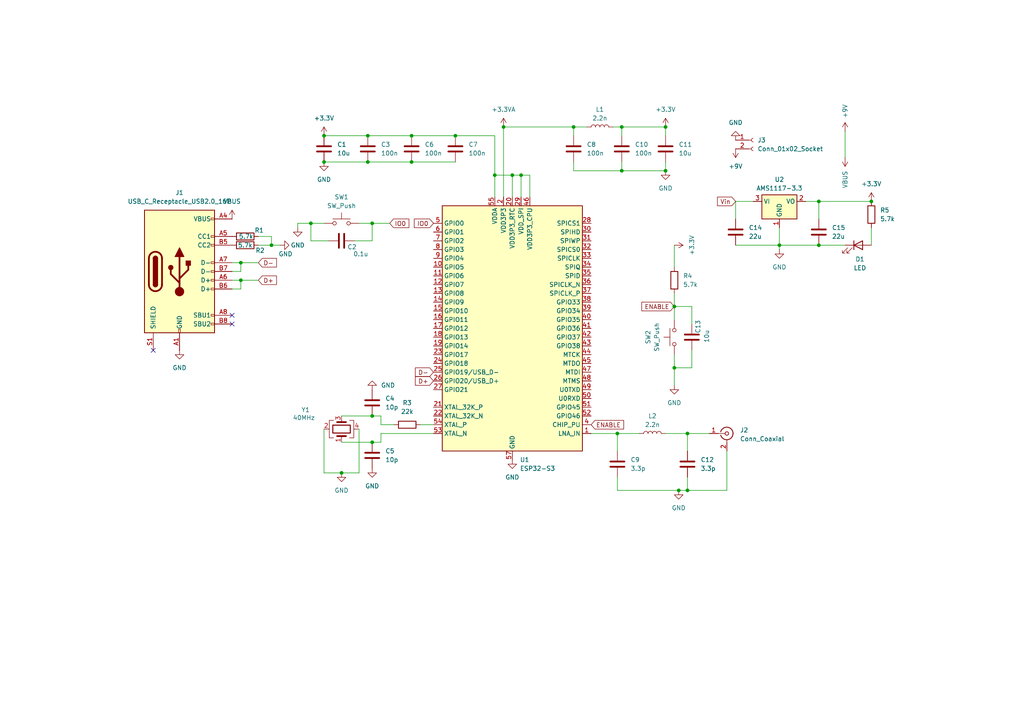
<source format=kicad_sch>
(kicad_sch
	(version 20231120)
	(generator "eeschema")
	(generator_version "8.0")
	(uuid "b85ea259-0034-4c9c-8228-ebec4d9f9927")
	(paper "A4")
	(lib_symbols
		(symbol "Connector:Conn_01x02_Socket"
			(pin_names
				(offset 1.016) hide)
			(exclude_from_sim no)
			(in_bom yes)
			(on_board yes)
			(property "Reference" "J"
				(at 0 2.54 0)
				(effects
					(font
						(size 1.27 1.27)
					)
				)
			)
			(property "Value" "Conn_01x02_Socket"
				(at 0 -5.08 0)
				(effects
					(font
						(size 1.27 1.27)
					)
				)
			)
			(property "Footprint" ""
				(at 0 0 0)
				(effects
					(font
						(size 1.27 1.27)
					)
					(hide yes)
				)
			)
			(property "Datasheet" "~"
				(at 0 0 0)
				(effects
					(font
						(size 1.27 1.27)
					)
					(hide yes)
				)
			)
			(property "Description" "Generic connector, single row, 01x02, script generated"
				(at 0 0 0)
				(effects
					(font
						(size 1.27 1.27)
					)
					(hide yes)
				)
			)
			(property "ki_locked" ""
				(at 0 0 0)
				(effects
					(font
						(size 1.27 1.27)
					)
				)
			)
			(property "ki_keywords" "connector"
				(at 0 0 0)
				(effects
					(font
						(size 1.27 1.27)
					)
					(hide yes)
				)
			)
			(property "ki_fp_filters" "Connector*:*_1x??_*"
				(at 0 0 0)
				(effects
					(font
						(size 1.27 1.27)
					)
					(hide yes)
				)
			)
			(symbol "Conn_01x02_Socket_1_1"
				(arc
					(start 0 -2.032)
					(mid -0.5058 -2.54)
					(end 0 -3.048)
					(stroke
						(width 0.1524)
						(type default)
					)
					(fill
						(type none)
					)
				)
				(polyline
					(pts
						(xy -1.27 -2.54) (xy -0.508 -2.54)
					)
					(stroke
						(width 0.1524)
						(type default)
					)
					(fill
						(type none)
					)
				)
				(polyline
					(pts
						(xy -1.27 0) (xy -0.508 0)
					)
					(stroke
						(width 0.1524)
						(type default)
					)
					(fill
						(type none)
					)
				)
				(arc
					(start 0 0.508)
					(mid -0.5058 0)
					(end 0 -0.508)
					(stroke
						(width 0.1524)
						(type default)
					)
					(fill
						(type none)
					)
				)
				(pin passive line
					(at -5.08 0 0)
					(length 3.81)
					(name "Pin_1"
						(effects
							(font
								(size 1.27 1.27)
							)
						)
					)
					(number "1"
						(effects
							(font
								(size 1.27 1.27)
							)
						)
					)
				)
				(pin passive line
					(at -5.08 -2.54 0)
					(length 3.81)
					(name "Pin_2"
						(effects
							(font
								(size 1.27 1.27)
							)
						)
					)
					(number "2"
						(effects
							(font
								(size 1.27 1.27)
							)
						)
					)
				)
			)
		)
		(symbol "Connector:Conn_Coaxial"
			(pin_names
				(offset 1.016) hide)
			(exclude_from_sim no)
			(in_bom yes)
			(on_board yes)
			(property "Reference" "J"
				(at 0.254 3.048 0)
				(effects
					(font
						(size 1.27 1.27)
					)
				)
			)
			(property "Value" "Conn_Coaxial"
				(at 2.921 0 90)
				(effects
					(font
						(size 1.27 1.27)
					)
				)
			)
			(property "Footprint" ""
				(at 0 0 0)
				(effects
					(font
						(size 1.27 1.27)
					)
					(hide yes)
				)
			)
			(property "Datasheet" " ~"
				(at 0 0 0)
				(effects
					(font
						(size 1.27 1.27)
					)
					(hide yes)
				)
			)
			(property "Description" "coaxial connector (BNC, SMA, SMB, SMC, Cinch/RCA, LEMO, ...)"
				(at 0 0 0)
				(effects
					(font
						(size 1.27 1.27)
					)
					(hide yes)
				)
			)
			(property "ki_keywords" "BNC SMA SMB SMC LEMO coaxial connector CINCH RCA MCX MMCX U.FL UMRF"
				(at 0 0 0)
				(effects
					(font
						(size 1.27 1.27)
					)
					(hide yes)
				)
			)
			(property "ki_fp_filters" "*BNC* *SMA* *SMB* *SMC* *Cinch* *LEMO* *UMRF* *MCX* *U.FL*"
				(at 0 0 0)
				(effects
					(font
						(size 1.27 1.27)
					)
					(hide yes)
				)
			)
			(symbol "Conn_Coaxial_0_1"
				(arc
					(start -1.778 -0.508)
					(mid 0.2311 -1.8066)
					(end 1.778 0)
					(stroke
						(width 0.254)
						(type default)
					)
					(fill
						(type none)
					)
				)
				(polyline
					(pts
						(xy -2.54 0) (xy -0.508 0)
					)
					(stroke
						(width 0)
						(type default)
					)
					(fill
						(type none)
					)
				)
				(polyline
					(pts
						(xy 0 -2.54) (xy 0 -1.778)
					)
					(stroke
						(width 0)
						(type default)
					)
					(fill
						(type none)
					)
				)
				(circle
					(center 0 0)
					(radius 0.508)
					(stroke
						(width 0.2032)
						(type default)
					)
					(fill
						(type none)
					)
				)
				(arc
					(start 1.778 0)
					(mid 0.2099 1.8101)
					(end -1.778 0.508)
					(stroke
						(width 0.254)
						(type default)
					)
					(fill
						(type none)
					)
				)
			)
			(symbol "Conn_Coaxial_1_1"
				(pin passive line
					(at -5.08 0 0)
					(length 2.54)
					(name "In"
						(effects
							(font
								(size 1.27 1.27)
							)
						)
					)
					(number "1"
						(effects
							(font
								(size 1.27 1.27)
							)
						)
					)
				)
				(pin passive line
					(at 0 -5.08 90)
					(length 2.54)
					(name "Ext"
						(effects
							(font
								(size 1.27 1.27)
							)
						)
					)
					(number "2"
						(effects
							(font
								(size 1.27 1.27)
							)
						)
					)
				)
			)
		)
		(symbol "Connector:USB_C_Receptacle_USB2.0_16P"
			(pin_names
				(offset 1.016)
			)
			(exclude_from_sim no)
			(in_bom yes)
			(on_board yes)
			(property "Reference" "J"
				(at 0 22.225 0)
				(effects
					(font
						(size 1.27 1.27)
					)
				)
			)
			(property "Value" "USB_C_Receptacle_USB2.0_16P"
				(at 0 19.685 0)
				(effects
					(font
						(size 1.27 1.27)
					)
				)
			)
			(property "Footprint" ""
				(at 3.81 0 0)
				(effects
					(font
						(size 1.27 1.27)
					)
					(hide yes)
				)
			)
			(property "Datasheet" "https://www.usb.org/sites/default/files/documents/usb_type-c.zip"
				(at 3.81 0 0)
				(effects
					(font
						(size 1.27 1.27)
					)
					(hide yes)
				)
			)
			(property "Description" "USB 2.0-only 16P Type-C Receptacle connector"
				(at 0 0 0)
				(effects
					(font
						(size 1.27 1.27)
					)
					(hide yes)
				)
			)
			(property "ki_keywords" "usb universal serial bus type-C USB2.0"
				(at 0 0 0)
				(effects
					(font
						(size 1.27 1.27)
					)
					(hide yes)
				)
			)
			(property "ki_fp_filters" "USB*C*Receptacle*"
				(at 0 0 0)
				(effects
					(font
						(size 1.27 1.27)
					)
					(hide yes)
				)
			)
			(symbol "USB_C_Receptacle_USB2.0_16P_0_0"
				(rectangle
					(start -0.254 -17.78)
					(end 0.254 -16.764)
					(stroke
						(width 0)
						(type default)
					)
					(fill
						(type none)
					)
				)
				(rectangle
					(start 10.16 -14.986)
					(end 9.144 -15.494)
					(stroke
						(width 0)
						(type default)
					)
					(fill
						(type none)
					)
				)
				(rectangle
					(start 10.16 -12.446)
					(end 9.144 -12.954)
					(stroke
						(width 0)
						(type default)
					)
					(fill
						(type none)
					)
				)
				(rectangle
					(start 10.16 -4.826)
					(end 9.144 -5.334)
					(stroke
						(width 0)
						(type default)
					)
					(fill
						(type none)
					)
				)
				(rectangle
					(start 10.16 -2.286)
					(end 9.144 -2.794)
					(stroke
						(width 0)
						(type default)
					)
					(fill
						(type none)
					)
				)
				(rectangle
					(start 10.16 0.254)
					(end 9.144 -0.254)
					(stroke
						(width 0)
						(type default)
					)
					(fill
						(type none)
					)
				)
				(rectangle
					(start 10.16 2.794)
					(end 9.144 2.286)
					(stroke
						(width 0)
						(type default)
					)
					(fill
						(type none)
					)
				)
				(rectangle
					(start 10.16 7.874)
					(end 9.144 7.366)
					(stroke
						(width 0)
						(type default)
					)
					(fill
						(type none)
					)
				)
				(rectangle
					(start 10.16 10.414)
					(end 9.144 9.906)
					(stroke
						(width 0)
						(type default)
					)
					(fill
						(type none)
					)
				)
				(rectangle
					(start 10.16 15.494)
					(end 9.144 14.986)
					(stroke
						(width 0)
						(type default)
					)
					(fill
						(type none)
					)
				)
			)
			(symbol "USB_C_Receptacle_USB2.0_16P_0_1"
				(rectangle
					(start -10.16 17.78)
					(end 10.16 -17.78)
					(stroke
						(width 0.254)
						(type default)
					)
					(fill
						(type background)
					)
				)
				(arc
					(start -8.89 -3.81)
					(mid -6.985 -5.7067)
					(end -5.08 -3.81)
					(stroke
						(width 0.508)
						(type default)
					)
					(fill
						(type none)
					)
				)
				(arc
					(start -7.62 -3.81)
					(mid -6.985 -4.4423)
					(end -6.35 -3.81)
					(stroke
						(width 0.254)
						(type default)
					)
					(fill
						(type none)
					)
				)
				(arc
					(start -7.62 -3.81)
					(mid -6.985 -4.4423)
					(end -6.35 -3.81)
					(stroke
						(width 0.254)
						(type default)
					)
					(fill
						(type outline)
					)
				)
				(rectangle
					(start -7.62 -3.81)
					(end -6.35 3.81)
					(stroke
						(width 0.254)
						(type default)
					)
					(fill
						(type outline)
					)
				)
				(arc
					(start -6.35 3.81)
					(mid -6.985 4.4423)
					(end -7.62 3.81)
					(stroke
						(width 0.254)
						(type default)
					)
					(fill
						(type none)
					)
				)
				(arc
					(start -6.35 3.81)
					(mid -6.985 4.4423)
					(end -7.62 3.81)
					(stroke
						(width 0.254)
						(type default)
					)
					(fill
						(type outline)
					)
				)
				(arc
					(start -5.08 3.81)
					(mid -6.985 5.7067)
					(end -8.89 3.81)
					(stroke
						(width 0.508)
						(type default)
					)
					(fill
						(type none)
					)
				)
				(circle
					(center -2.54 1.143)
					(radius 0.635)
					(stroke
						(width 0.254)
						(type default)
					)
					(fill
						(type outline)
					)
				)
				(circle
					(center 0 -5.842)
					(radius 1.27)
					(stroke
						(width 0)
						(type default)
					)
					(fill
						(type outline)
					)
				)
				(polyline
					(pts
						(xy -8.89 -3.81) (xy -8.89 3.81)
					)
					(stroke
						(width 0.508)
						(type default)
					)
					(fill
						(type none)
					)
				)
				(polyline
					(pts
						(xy -5.08 3.81) (xy -5.08 -3.81)
					)
					(stroke
						(width 0.508)
						(type default)
					)
					(fill
						(type none)
					)
				)
				(polyline
					(pts
						(xy 0 -5.842) (xy 0 4.318)
					)
					(stroke
						(width 0.508)
						(type default)
					)
					(fill
						(type none)
					)
				)
				(polyline
					(pts
						(xy 0 -3.302) (xy -2.54 -0.762) (xy -2.54 0.508)
					)
					(stroke
						(width 0.508)
						(type default)
					)
					(fill
						(type none)
					)
				)
				(polyline
					(pts
						(xy 0 -2.032) (xy 2.54 0.508) (xy 2.54 1.778)
					)
					(stroke
						(width 0.508)
						(type default)
					)
					(fill
						(type none)
					)
				)
				(polyline
					(pts
						(xy -1.27 4.318) (xy 0 6.858) (xy 1.27 4.318) (xy -1.27 4.318)
					)
					(stroke
						(width 0.254)
						(type default)
					)
					(fill
						(type outline)
					)
				)
				(rectangle
					(start 1.905 1.778)
					(end 3.175 3.048)
					(stroke
						(width 0.254)
						(type default)
					)
					(fill
						(type outline)
					)
				)
			)
			(symbol "USB_C_Receptacle_USB2.0_16P_1_1"
				(pin passive line
					(at 0 -22.86 90)
					(length 5.08)
					(name "GND"
						(effects
							(font
								(size 1.27 1.27)
							)
						)
					)
					(number "A1"
						(effects
							(font
								(size 1.27 1.27)
							)
						)
					)
				)
				(pin passive line
					(at 0 -22.86 90)
					(length 5.08) hide
					(name "GND"
						(effects
							(font
								(size 1.27 1.27)
							)
						)
					)
					(number "A12"
						(effects
							(font
								(size 1.27 1.27)
							)
						)
					)
				)
				(pin passive line
					(at 15.24 15.24 180)
					(length 5.08)
					(name "VBUS"
						(effects
							(font
								(size 1.27 1.27)
							)
						)
					)
					(number "A4"
						(effects
							(font
								(size 1.27 1.27)
							)
						)
					)
				)
				(pin bidirectional line
					(at 15.24 10.16 180)
					(length 5.08)
					(name "CC1"
						(effects
							(font
								(size 1.27 1.27)
							)
						)
					)
					(number "A5"
						(effects
							(font
								(size 1.27 1.27)
							)
						)
					)
				)
				(pin bidirectional line
					(at 15.24 -2.54 180)
					(length 5.08)
					(name "D+"
						(effects
							(font
								(size 1.27 1.27)
							)
						)
					)
					(number "A6"
						(effects
							(font
								(size 1.27 1.27)
							)
						)
					)
				)
				(pin bidirectional line
					(at 15.24 2.54 180)
					(length 5.08)
					(name "D-"
						(effects
							(font
								(size 1.27 1.27)
							)
						)
					)
					(number "A7"
						(effects
							(font
								(size 1.27 1.27)
							)
						)
					)
				)
				(pin bidirectional line
					(at 15.24 -12.7 180)
					(length 5.08)
					(name "SBU1"
						(effects
							(font
								(size 1.27 1.27)
							)
						)
					)
					(number "A8"
						(effects
							(font
								(size 1.27 1.27)
							)
						)
					)
				)
				(pin passive line
					(at 15.24 15.24 180)
					(length 5.08) hide
					(name "VBUS"
						(effects
							(font
								(size 1.27 1.27)
							)
						)
					)
					(number "A9"
						(effects
							(font
								(size 1.27 1.27)
							)
						)
					)
				)
				(pin passive line
					(at 0 -22.86 90)
					(length 5.08) hide
					(name "GND"
						(effects
							(font
								(size 1.27 1.27)
							)
						)
					)
					(number "B1"
						(effects
							(font
								(size 1.27 1.27)
							)
						)
					)
				)
				(pin passive line
					(at 0 -22.86 90)
					(length 5.08) hide
					(name "GND"
						(effects
							(font
								(size 1.27 1.27)
							)
						)
					)
					(number "B12"
						(effects
							(font
								(size 1.27 1.27)
							)
						)
					)
				)
				(pin passive line
					(at 15.24 15.24 180)
					(length 5.08) hide
					(name "VBUS"
						(effects
							(font
								(size 1.27 1.27)
							)
						)
					)
					(number "B4"
						(effects
							(font
								(size 1.27 1.27)
							)
						)
					)
				)
				(pin bidirectional line
					(at 15.24 7.62 180)
					(length 5.08)
					(name "CC2"
						(effects
							(font
								(size 1.27 1.27)
							)
						)
					)
					(number "B5"
						(effects
							(font
								(size 1.27 1.27)
							)
						)
					)
				)
				(pin bidirectional line
					(at 15.24 -5.08 180)
					(length 5.08)
					(name "D+"
						(effects
							(font
								(size 1.27 1.27)
							)
						)
					)
					(number "B6"
						(effects
							(font
								(size 1.27 1.27)
							)
						)
					)
				)
				(pin bidirectional line
					(at 15.24 0 180)
					(length 5.08)
					(name "D-"
						(effects
							(font
								(size 1.27 1.27)
							)
						)
					)
					(number "B7"
						(effects
							(font
								(size 1.27 1.27)
							)
						)
					)
				)
				(pin bidirectional line
					(at 15.24 -15.24 180)
					(length 5.08)
					(name "SBU2"
						(effects
							(font
								(size 1.27 1.27)
							)
						)
					)
					(number "B8"
						(effects
							(font
								(size 1.27 1.27)
							)
						)
					)
				)
				(pin passive line
					(at 15.24 15.24 180)
					(length 5.08) hide
					(name "VBUS"
						(effects
							(font
								(size 1.27 1.27)
							)
						)
					)
					(number "B9"
						(effects
							(font
								(size 1.27 1.27)
							)
						)
					)
				)
				(pin passive line
					(at -7.62 -22.86 90)
					(length 5.08)
					(name "SHIELD"
						(effects
							(font
								(size 1.27 1.27)
							)
						)
					)
					(number "S1"
						(effects
							(font
								(size 1.27 1.27)
							)
						)
					)
				)
			)
		)
		(symbol "Device:C"
			(pin_numbers hide)
			(pin_names
				(offset 0.254)
			)
			(exclude_from_sim no)
			(in_bom yes)
			(on_board yes)
			(property "Reference" "C"
				(at 0.635 2.54 0)
				(effects
					(font
						(size 1.27 1.27)
					)
					(justify left)
				)
			)
			(property "Value" "C"
				(at 0.635 -2.54 0)
				(effects
					(font
						(size 1.27 1.27)
					)
					(justify left)
				)
			)
			(property "Footprint" ""
				(at 0.9652 -3.81 0)
				(effects
					(font
						(size 1.27 1.27)
					)
					(hide yes)
				)
			)
			(property "Datasheet" "~"
				(at 0 0 0)
				(effects
					(font
						(size 1.27 1.27)
					)
					(hide yes)
				)
			)
			(property "Description" "Unpolarized capacitor"
				(at 0 0 0)
				(effects
					(font
						(size 1.27 1.27)
					)
					(hide yes)
				)
			)
			(property "ki_keywords" "cap capacitor"
				(at 0 0 0)
				(effects
					(font
						(size 1.27 1.27)
					)
					(hide yes)
				)
			)
			(property "ki_fp_filters" "C_*"
				(at 0 0 0)
				(effects
					(font
						(size 1.27 1.27)
					)
					(hide yes)
				)
			)
			(symbol "C_0_1"
				(polyline
					(pts
						(xy -2.032 -0.762) (xy 2.032 -0.762)
					)
					(stroke
						(width 0.508)
						(type default)
					)
					(fill
						(type none)
					)
				)
				(polyline
					(pts
						(xy -2.032 0.762) (xy 2.032 0.762)
					)
					(stroke
						(width 0.508)
						(type default)
					)
					(fill
						(type none)
					)
				)
			)
			(symbol "C_1_1"
				(pin passive line
					(at 0 3.81 270)
					(length 2.794)
					(name "~"
						(effects
							(font
								(size 1.27 1.27)
							)
						)
					)
					(number "1"
						(effects
							(font
								(size 1.27 1.27)
							)
						)
					)
				)
				(pin passive line
					(at 0 -3.81 90)
					(length 2.794)
					(name "~"
						(effects
							(font
								(size 1.27 1.27)
							)
						)
					)
					(number "2"
						(effects
							(font
								(size 1.27 1.27)
							)
						)
					)
				)
			)
		)
		(symbol "Device:Crystal_GND24"
			(pin_names
				(offset 1.016) hide)
			(exclude_from_sim no)
			(in_bom yes)
			(on_board yes)
			(property "Reference" "Y"
				(at 3.175 5.08 0)
				(effects
					(font
						(size 1.27 1.27)
					)
					(justify left)
				)
			)
			(property "Value" "Crystal_GND24"
				(at 3.175 3.175 0)
				(effects
					(font
						(size 1.27 1.27)
					)
					(justify left)
				)
			)
			(property "Footprint" ""
				(at 0 0 0)
				(effects
					(font
						(size 1.27 1.27)
					)
					(hide yes)
				)
			)
			(property "Datasheet" "~"
				(at 0 0 0)
				(effects
					(font
						(size 1.27 1.27)
					)
					(hide yes)
				)
			)
			(property "Description" "Four pin crystal, GND on pins 2 and 4"
				(at 0 0 0)
				(effects
					(font
						(size 1.27 1.27)
					)
					(hide yes)
				)
			)
			(property "ki_keywords" "quartz ceramic resonator oscillator"
				(at 0 0 0)
				(effects
					(font
						(size 1.27 1.27)
					)
					(hide yes)
				)
			)
			(property "ki_fp_filters" "Crystal*"
				(at 0 0 0)
				(effects
					(font
						(size 1.27 1.27)
					)
					(hide yes)
				)
			)
			(symbol "Crystal_GND24_0_1"
				(rectangle
					(start -1.143 2.54)
					(end 1.143 -2.54)
					(stroke
						(width 0.3048)
						(type default)
					)
					(fill
						(type none)
					)
				)
				(polyline
					(pts
						(xy -2.54 0) (xy -2.032 0)
					)
					(stroke
						(width 0)
						(type default)
					)
					(fill
						(type none)
					)
				)
				(polyline
					(pts
						(xy -2.032 -1.27) (xy -2.032 1.27)
					)
					(stroke
						(width 0.508)
						(type default)
					)
					(fill
						(type none)
					)
				)
				(polyline
					(pts
						(xy 0 -3.81) (xy 0 -3.556)
					)
					(stroke
						(width 0)
						(type default)
					)
					(fill
						(type none)
					)
				)
				(polyline
					(pts
						(xy 0 3.556) (xy 0 3.81)
					)
					(stroke
						(width 0)
						(type default)
					)
					(fill
						(type none)
					)
				)
				(polyline
					(pts
						(xy 2.032 -1.27) (xy 2.032 1.27)
					)
					(stroke
						(width 0.508)
						(type default)
					)
					(fill
						(type none)
					)
				)
				(polyline
					(pts
						(xy 2.032 0) (xy 2.54 0)
					)
					(stroke
						(width 0)
						(type default)
					)
					(fill
						(type none)
					)
				)
				(polyline
					(pts
						(xy -2.54 -2.286) (xy -2.54 -3.556) (xy 2.54 -3.556) (xy 2.54 -2.286)
					)
					(stroke
						(width 0)
						(type default)
					)
					(fill
						(type none)
					)
				)
				(polyline
					(pts
						(xy -2.54 2.286) (xy -2.54 3.556) (xy 2.54 3.556) (xy 2.54 2.286)
					)
					(stroke
						(width 0)
						(type default)
					)
					(fill
						(type none)
					)
				)
			)
			(symbol "Crystal_GND24_1_1"
				(pin passive line
					(at -3.81 0 0)
					(length 1.27)
					(name "1"
						(effects
							(font
								(size 1.27 1.27)
							)
						)
					)
					(number "1"
						(effects
							(font
								(size 1.27 1.27)
							)
						)
					)
				)
				(pin passive line
					(at 0 5.08 270)
					(length 1.27)
					(name "2"
						(effects
							(font
								(size 1.27 1.27)
							)
						)
					)
					(number "2"
						(effects
							(font
								(size 1.27 1.27)
							)
						)
					)
				)
				(pin passive line
					(at 3.81 0 180)
					(length 1.27)
					(name "3"
						(effects
							(font
								(size 1.27 1.27)
							)
						)
					)
					(number "3"
						(effects
							(font
								(size 1.27 1.27)
							)
						)
					)
				)
				(pin passive line
					(at 0 -5.08 90)
					(length 1.27)
					(name "4"
						(effects
							(font
								(size 1.27 1.27)
							)
						)
					)
					(number "4"
						(effects
							(font
								(size 1.27 1.27)
							)
						)
					)
				)
			)
		)
		(symbol "Device:L"
			(pin_numbers hide)
			(pin_names
				(offset 1.016) hide)
			(exclude_from_sim no)
			(in_bom yes)
			(on_board yes)
			(property "Reference" "L"
				(at -1.27 0 90)
				(effects
					(font
						(size 1.27 1.27)
					)
				)
			)
			(property "Value" "L"
				(at 1.905 0 90)
				(effects
					(font
						(size 1.27 1.27)
					)
				)
			)
			(property "Footprint" ""
				(at 0 0 0)
				(effects
					(font
						(size 1.27 1.27)
					)
					(hide yes)
				)
			)
			(property "Datasheet" "~"
				(at 0 0 0)
				(effects
					(font
						(size 1.27 1.27)
					)
					(hide yes)
				)
			)
			(property "Description" "Inductor"
				(at 0 0 0)
				(effects
					(font
						(size 1.27 1.27)
					)
					(hide yes)
				)
			)
			(property "ki_keywords" "inductor choke coil reactor magnetic"
				(at 0 0 0)
				(effects
					(font
						(size 1.27 1.27)
					)
					(hide yes)
				)
			)
			(property "ki_fp_filters" "Choke_* *Coil* Inductor_* L_*"
				(at 0 0 0)
				(effects
					(font
						(size 1.27 1.27)
					)
					(hide yes)
				)
			)
			(symbol "L_0_1"
				(arc
					(start 0 -2.54)
					(mid 0.6323 -1.905)
					(end 0 -1.27)
					(stroke
						(width 0)
						(type default)
					)
					(fill
						(type none)
					)
				)
				(arc
					(start 0 -1.27)
					(mid 0.6323 -0.635)
					(end 0 0)
					(stroke
						(width 0)
						(type default)
					)
					(fill
						(type none)
					)
				)
				(arc
					(start 0 0)
					(mid 0.6323 0.635)
					(end 0 1.27)
					(stroke
						(width 0)
						(type default)
					)
					(fill
						(type none)
					)
				)
				(arc
					(start 0 1.27)
					(mid 0.6323 1.905)
					(end 0 2.54)
					(stroke
						(width 0)
						(type default)
					)
					(fill
						(type none)
					)
				)
			)
			(symbol "L_1_1"
				(pin passive line
					(at 0 3.81 270)
					(length 1.27)
					(name "1"
						(effects
							(font
								(size 1.27 1.27)
							)
						)
					)
					(number "1"
						(effects
							(font
								(size 1.27 1.27)
							)
						)
					)
				)
				(pin passive line
					(at 0 -3.81 90)
					(length 1.27)
					(name "2"
						(effects
							(font
								(size 1.27 1.27)
							)
						)
					)
					(number "2"
						(effects
							(font
								(size 1.27 1.27)
							)
						)
					)
				)
			)
		)
		(symbol "Device:LED"
			(pin_numbers hide)
			(pin_names
				(offset 1.016) hide)
			(exclude_from_sim no)
			(in_bom yes)
			(on_board yes)
			(property "Reference" "D"
				(at 0 2.54 0)
				(effects
					(font
						(size 1.27 1.27)
					)
				)
			)
			(property "Value" "LED"
				(at 0 -2.54 0)
				(effects
					(font
						(size 1.27 1.27)
					)
				)
			)
			(property "Footprint" ""
				(at 0 0 0)
				(effects
					(font
						(size 1.27 1.27)
					)
					(hide yes)
				)
			)
			(property "Datasheet" "~"
				(at 0 0 0)
				(effects
					(font
						(size 1.27 1.27)
					)
					(hide yes)
				)
			)
			(property "Description" "Light emitting diode"
				(at 0 0 0)
				(effects
					(font
						(size 1.27 1.27)
					)
					(hide yes)
				)
			)
			(property "ki_keywords" "LED diode"
				(at 0 0 0)
				(effects
					(font
						(size 1.27 1.27)
					)
					(hide yes)
				)
			)
			(property "ki_fp_filters" "LED* LED_SMD:* LED_THT:*"
				(at 0 0 0)
				(effects
					(font
						(size 1.27 1.27)
					)
					(hide yes)
				)
			)
			(symbol "LED_0_1"
				(polyline
					(pts
						(xy -1.27 -1.27) (xy -1.27 1.27)
					)
					(stroke
						(width 0.254)
						(type default)
					)
					(fill
						(type none)
					)
				)
				(polyline
					(pts
						(xy -1.27 0) (xy 1.27 0)
					)
					(stroke
						(width 0)
						(type default)
					)
					(fill
						(type none)
					)
				)
				(polyline
					(pts
						(xy 1.27 -1.27) (xy 1.27 1.27) (xy -1.27 0) (xy 1.27 -1.27)
					)
					(stroke
						(width 0.254)
						(type default)
					)
					(fill
						(type none)
					)
				)
				(polyline
					(pts
						(xy -3.048 -0.762) (xy -4.572 -2.286) (xy -3.81 -2.286) (xy -4.572 -2.286) (xy -4.572 -1.524)
					)
					(stroke
						(width 0)
						(type default)
					)
					(fill
						(type none)
					)
				)
				(polyline
					(pts
						(xy -1.778 -0.762) (xy -3.302 -2.286) (xy -2.54 -2.286) (xy -3.302 -2.286) (xy -3.302 -1.524)
					)
					(stroke
						(width 0)
						(type default)
					)
					(fill
						(type none)
					)
				)
			)
			(symbol "LED_1_1"
				(pin passive line
					(at -3.81 0 0)
					(length 2.54)
					(name "K"
						(effects
							(font
								(size 1.27 1.27)
							)
						)
					)
					(number "1"
						(effects
							(font
								(size 1.27 1.27)
							)
						)
					)
				)
				(pin passive line
					(at 3.81 0 180)
					(length 2.54)
					(name "A"
						(effects
							(font
								(size 1.27 1.27)
							)
						)
					)
					(number "2"
						(effects
							(font
								(size 1.27 1.27)
							)
						)
					)
				)
			)
		)
		(symbol "Device:R"
			(pin_numbers hide)
			(pin_names
				(offset 0)
			)
			(exclude_from_sim no)
			(in_bom yes)
			(on_board yes)
			(property "Reference" "R"
				(at 2.032 0 90)
				(effects
					(font
						(size 1.27 1.27)
					)
				)
			)
			(property "Value" "R"
				(at 0 0 90)
				(effects
					(font
						(size 1.27 1.27)
					)
				)
			)
			(property "Footprint" ""
				(at -1.778 0 90)
				(effects
					(font
						(size 1.27 1.27)
					)
					(hide yes)
				)
			)
			(property "Datasheet" "~"
				(at 0 0 0)
				(effects
					(font
						(size 1.27 1.27)
					)
					(hide yes)
				)
			)
			(property "Description" "Resistor"
				(at 0 0 0)
				(effects
					(font
						(size 1.27 1.27)
					)
					(hide yes)
				)
			)
			(property "ki_keywords" "R res resistor"
				(at 0 0 0)
				(effects
					(font
						(size 1.27 1.27)
					)
					(hide yes)
				)
			)
			(property "ki_fp_filters" "R_*"
				(at 0 0 0)
				(effects
					(font
						(size 1.27 1.27)
					)
					(hide yes)
				)
			)
			(symbol "R_0_1"
				(rectangle
					(start -1.016 -2.54)
					(end 1.016 2.54)
					(stroke
						(width 0.254)
						(type default)
					)
					(fill
						(type none)
					)
				)
			)
			(symbol "R_1_1"
				(pin passive line
					(at 0 3.81 270)
					(length 1.27)
					(name "~"
						(effects
							(font
								(size 1.27 1.27)
							)
						)
					)
					(number "1"
						(effects
							(font
								(size 1.27 1.27)
							)
						)
					)
				)
				(pin passive line
					(at 0 -3.81 90)
					(length 1.27)
					(name "~"
						(effects
							(font
								(size 1.27 1.27)
							)
						)
					)
					(number "2"
						(effects
							(font
								(size 1.27 1.27)
							)
						)
					)
				)
			)
		)
		(symbol "MCU_Espressif:ESP32-S3"
			(exclude_from_sim no)
			(in_bom yes)
			(on_board yes)
			(property "Reference" "U"
				(at 10.16 -38.1 0)
				(effects
					(font
						(size 1.27 1.27)
					)
				)
			)
			(property "Value" "ESP32-S3"
				(at 13.97 -40.64 0)
				(effects
					(font
						(size 1.27 1.27)
					)
				)
			)
			(property "Footprint" "Package_DFN_QFN:QFN-56-1EP_7x7mm_P0.4mm_EP4x4mm"
				(at 0 -48.26 0)
				(effects
					(font
						(size 1.27 1.27)
					)
					(hide yes)
				)
			)
			(property "Datasheet" "https://www.espressif.com/sites/default/files/documentation/esp32-s3_datasheet_en.pdf"
				(at 0 0 0)
				(effects
					(font
						(size 1.27 1.27)
					)
					(hide yes)
				)
			)
			(property "Description" "Microcontroller, Wi-Fi 802.11b/g/n, Bluetooth, 32bit"
				(at 0 0 0)
				(effects
					(font
						(size 1.27 1.27)
					)
					(hide yes)
				)
			)
			(property "ki_keywords" "Microcontroller Wi-Fi BT ESP ESP32 Espressif"
				(at 0 0 0)
				(effects
					(font
						(size 1.27 1.27)
					)
					(hide yes)
				)
			)
			(property "ki_fp_filters" "QFN*1EP*7x7mm*P0.4mm*"
				(at 0 0 0)
				(effects
					(font
						(size 1.27 1.27)
					)
					(hide yes)
				)
			)
			(symbol "ESP32-S3_0_1"
				(rectangle
					(start -20.32 35.56)
					(end 20.32 -35.56)
					(stroke
						(width 0.254)
						(type default)
					)
					(fill
						(type background)
					)
				)
			)
			(symbol "ESP32-S3_1_0"
				(pin bidirectional line
					(at 22.86 12.7 180)
					(length 2.54)
					(name "SPICLK_N"
						(effects
							(font
								(size 1.27 1.27)
							)
						)
					)
					(number "36"
						(effects
							(font
								(size 1.27 1.27)
							)
						)
					)
				)
				(pin bidirectional line
					(at 22.86 -10.16 180)
					(length 2.54)
					(name "MTDO"
						(effects
							(font
								(size 1.27 1.27)
							)
						)
					)
					(number "45"
						(effects
							(font
								(size 1.27 1.27)
							)
						)
					)
				)
				(pin bidirectional line
					(at 22.86 -22.86 180)
					(length 2.54)
					(name "GPIO45"
						(effects
							(font
								(size 1.27 1.27)
							)
						)
					)
					(number "51"
						(effects
							(font
								(size 1.27 1.27)
							)
						)
					)
				)
				(pin passive line
					(at -5.08 38.1 270)
					(length 2.54) hide
					(name "VDDA"
						(effects
							(font
								(size 1.27 1.27)
							)
						)
					)
					(number "56"
						(effects
							(font
								(size 1.27 1.27)
							)
						)
					)
				)
			)
			(symbol "ESP32-S3_1_1"
				(pin bidirectional line
					(at 22.86 -30.48 180)
					(length 2.54)
					(name "LNA_IN"
						(effects
							(font
								(size 1.27 1.27)
							)
						)
					)
					(number "1"
						(effects
							(font
								(size 1.27 1.27)
							)
						)
					)
				)
				(pin bidirectional line
					(at -22.86 17.78 0)
					(length 2.54)
					(name "GPIO5"
						(effects
							(font
								(size 1.27 1.27)
							)
						)
					)
					(number "10"
						(effects
							(font
								(size 1.27 1.27)
							)
						)
					)
				)
				(pin bidirectional line
					(at -22.86 15.24 0)
					(length 2.54)
					(name "GPIO6"
						(effects
							(font
								(size 1.27 1.27)
							)
						)
					)
					(number "11"
						(effects
							(font
								(size 1.27 1.27)
							)
						)
					)
				)
				(pin bidirectional line
					(at -22.86 12.7 0)
					(length 2.54)
					(name "GPIO7"
						(effects
							(font
								(size 1.27 1.27)
							)
						)
					)
					(number "12"
						(effects
							(font
								(size 1.27 1.27)
							)
						)
					)
				)
				(pin bidirectional line
					(at -22.86 10.16 0)
					(length 2.54)
					(name "GPIO8"
						(effects
							(font
								(size 1.27 1.27)
							)
						)
					)
					(number "13"
						(effects
							(font
								(size 1.27 1.27)
							)
						)
					)
				)
				(pin bidirectional line
					(at -22.86 7.62 0)
					(length 2.54)
					(name "GPIO9"
						(effects
							(font
								(size 1.27 1.27)
							)
						)
					)
					(number "14"
						(effects
							(font
								(size 1.27 1.27)
							)
						)
					)
				)
				(pin bidirectional line
					(at -22.86 5.08 0)
					(length 2.54)
					(name "GPIO10"
						(effects
							(font
								(size 1.27 1.27)
							)
						)
					)
					(number "15"
						(effects
							(font
								(size 1.27 1.27)
							)
						)
					)
				)
				(pin bidirectional line
					(at -22.86 2.54 0)
					(length 2.54)
					(name "GPIO11"
						(effects
							(font
								(size 1.27 1.27)
							)
						)
					)
					(number "16"
						(effects
							(font
								(size 1.27 1.27)
							)
						)
					)
				)
				(pin bidirectional line
					(at -22.86 0 0)
					(length 2.54)
					(name "GPIO12"
						(effects
							(font
								(size 1.27 1.27)
							)
						)
					)
					(number "17"
						(effects
							(font
								(size 1.27 1.27)
							)
						)
					)
				)
				(pin bidirectional line
					(at -22.86 -2.54 0)
					(length 2.54)
					(name "GPIO13"
						(effects
							(font
								(size 1.27 1.27)
							)
						)
					)
					(number "18"
						(effects
							(font
								(size 1.27 1.27)
							)
						)
					)
				)
				(pin bidirectional line
					(at -22.86 -5.08 0)
					(length 2.54)
					(name "GPIO14"
						(effects
							(font
								(size 1.27 1.27)
							)
						)
					)
					(number "19"
						(effects
							(font
								(size 1.27 1.27)
							)
						)
					)
				)
				(pin power_in line
					(at -2.54 38.1 270)
					(length 2.54)
					(name "VDD3P3"
						(effects
							(font
								(size 1.27 1.27)
							)
						)
					)
					(number "2"
						(effects
							(font
								(size 1.27 1.27)
							)
						)
					)
				)
				(pin power_in line
					(at 0 38.1 270)
					(length 2.54)
					(name "VDD3P3_RTC"
						(effects
							(font
								(size 1.27 1.27)
							)
						)
					)
					(number "20"
						(effects
							(font
								(size 1.27 1.27)
							)
						)
					)
				)
				(pin passive line
					(at -22.86 -22.86 0)
					(length 2.54)
					(name "XTAL_32K_P"
						(effects
							(font
								(size 1.27 1.27)
							)
						)
					)
					(number "21"
						(effects
							(font
								(size 1.27 1.27)
							)
						)
					)
				)
				(pin passive line
					(at -22.86 -25.4 0)
					(length 2.54)
					(name "XTAL_32K_N"
						(effects
							(font
								(size 1.27 1.27)
							)
						)
					)
					(number "22"
						(effects
							(font
								(size 1.27 1.27)
							)
						)
					)
				)
				(pin bidirectional line
					(at -22.86 -7.62 0)
					(length 2.54)
					(name "GPIO17"
						(effects
							(font
								(size 1.27 1.27)
							)
						)
					)
					(number "23"
						(effects
							(font
								(size 1.27 1.27)
							)
						)
					)
				)
				(pin bidirectional line
					(at -22.86 -10.16 0)
					(length 2.54)
					(name "GPIO18"
						(effects
							(font
								(size 1.27 1.27)
							)
						)
					)
					(number "24"
						(effects
							(font
								(size 1.27 1.27)
							)
						)
					)
				)
				(pin bidirectional line
					(at -22.86 -12.7 0)
					(length 2.54)
					(name "GPIO19/USB_D-"
						(effects
							(font
								(size 1.27 1.27)
							)
						)
					)
					(number "25"
						(effects
							(font
								(size 1.27 1.27)
							)
						)
					)
				)
				(pin bidirectional line
					(at -22.86 -15.24 0)
					(length 2.54)
					(name "GPIO20/USB_D+"
						(effects
							(font
								(size 1.27 1.27)
							)
						)
					)
					(number "26"
						(effects
							(font
								(size 1.27 1.27)
							)
						)
					)
				)
				(pin bidirectional line
					(at -22.86 -17.78 0)
					(length 2.54)
					(name "GPIO21"
						(effects
							(font
								(size 1.27 1.27)
							)
						)
					)
					(number "27"
						(effects
							(font
								(size 1.27 1.27)
							)
						)
					)
				)
				(pin bidirectional line
					(at 22.86 30.48 180)
					(length 2.54)
					(name "SPICS1"
						(effects
							(font
								(size 1.27 1.27)
							)
						)
					)
					(number "28"
						(effects
							(font
								(size 1.27 1.27)
							)
						)
					)
				)
				(pin power_in line
					(at 2.54 38.1 270)
					(length 2.54)
					(name "VDD_SPI"
						(effects
							(font
								(size 1.27 1.27)
							)
						)
					)
					(number "29"
						(effects
							(font
								(size 1.27 1.27)
							)
						)
					)
				)
				(pin passive line
					(at -2.54 38.1 270)
					(length 2.54) hide
					(name "VDD3P3"
						(effects
							(font
								(size 1.27 1.27)
							)
						)
					)
					(number "3"
						(effects
							(font
								(size 1.27 1.27)
							)
						)
					)
				)
				(pin bidirectional line
					(at 22.86 27.94 180)
					(length 2.54)
					(name "SPIHD"
						(effects
							(font
								(size 1.27 1.27)
							)
						)
					)
					(number "30"
						(effects
							(font
								(size 1.27 1.27)
							)
						)
					)
				)
				(pin bidirectional line
					(at 22.86 25.4 180)
					(length 2.54)
					(name "SPIWP"
						(effects
							(font
								(size 1.27 1.27)
							)
						)
					)
					(number "31"
						(effects
							(font
								(size 1.27 1.27)
							)
						)
					)
				)
				(pin bidirectional line
					(at 22.86 22.86 180)
					(length 2.54)
					(name "SPICS0"
						(effects
							(font
								(size 1.27 1.27)
							)
						)
					)
					(number "32"
						(effects
							(font
								(size 1.27 1.27)
							)
						)
					)
				)
				(pin bidirectional line
					(at 22.86 20.32 180)
					(length 2.54)
					(name "SPICLK"
						(effects
							(font
								(size 1.27 1.27)
							)
						)
					)
					(number "33"
						(effects
							(font
								(size 1.27 1.27)
							)
						)
					)
				)
				(pin bidirectional line
					(at 22.86 17.78 180)
					(length 2.54)
					(name "SPIQ"
						(effects
							(font
								(size 1.27 1.27)
							)
						)
					)
					(number "34"
						(effects
							(font
								(size 1.27 1.27)
							)
						)
					)
				)
				(pin bidirectional line
					(at 22.86 15.24 180)
					(length 2.54)
					(name "SPID"
						(effects
							(font
								(size 1.27 1.27)
							)
						)
					)
					(number "35"
						(effects
							(font
								(size 1.27 1.27)
							)
						)
					)
				)
				(pin bidirectional line
					(at 22.86 10.16 180)
					(length 2.54)
					(name "SPICLK_P"
						(effects
							(font
								(size 1.27 1.27)
							)
						)
					)
					(number "37"
						(effects
							(font
								(size 1.27 1.27)
							)
						)
					)
				)
				(pin bidirectional line
					(at 22.86 7.62 180)
					(length 2.54)
					(name "GPIO33"
						(effects
							(font
								(size 1.27 1.27)
							)
						)
					)
					(number "38"
						(effects
							(font
								(size 1.27 1.27)
							)
						)
					)
				)
				(pin bidirectional line
					(at 22.86 5.08 180)
					(length 2.54)
					(name "GPIO34"
						(effects
							(font
								(size 1.27 1.27)
							)
						)
					)
					(number "39"
						(effects
							(font
								(size 1.27 1.27)
							)
						)
					)
				)
				(pin input line
					(at 22.86 -27.94 180)
					(length 2.54)
					(name "CHIP_PU"
						(effects
							(font
								(size 1.27 1.27)
							)
						)
					)
					(number "4"
						(effects
							(font
								(size 1.27 1.27)
							)
						)
					)
				)
				(pin bidirectional line
					(at 22.86 2.54 180)
					(length 2.54)
					(name "GPIO35"
						(effects
							(font
								(size 1.27 1.27)
							)
						)
					)
					(number "40"
						(effects
							(font
								(size 1.27 1.27)
							)
						)
					)
				)
				(pin bidirectional line
					(at 22.86 0 180)
					(length 2.54)
					(name "GPIO36"
						(effects
							(font
								(size 1.27 1.27)
							)
						)
					)
					(number "41"
						(effects
							(font
								(size 1.27 1.27)
							)
						)
					)
				)
				(pin bidirectional line
					(at 22.86 -2.54 180)
					(length 2.54)
					(name "GPIO37"
						(effects
							(font
								(size 1.27 1.27)
							)
						)
					)
					(number "42"
						(effects
							(font
								(size 1.27 1.27)
							)
						)
					)
				)
				(pin bidirectional line
					(at 22.86 -5.08 180)
					(length 2.54)
					(name "GPIO38"
						(effects
							(font
								(size 1.27 1.27)
							)
						)
					)
					(number "43"
						(effects
							(font
								(size 1.27 1.27)
							)
						)
					)
				)
				(pin bidirectional line
					(at 22.86 -7.62 180)
					(length 2.54)
					(name "MTCK"
						(effects
							(font
								(size 1.27 1.27)
							)
						)
					)
					(number "44"
						(effects
							(font
								(size 1.27 1.27)
							)
						)
					)
				)
				(pin power_in line
					(at 5.08 38.1 270)
					(length 2.54)
					(name "VDD3P3_CPU"
						(effects
							(font
								(size 1.27 1.27)
							)
						)
					)
					(number "46"
						(effects
							(font
								(size 1.27 1.27)
							)
						)
					)
				)
				(pin bidirectional line
					(at 22.86 -12.7 180)
					(length 2.54)
					(name "MTDI"
						(effects
							(font
								(size 1.27 1.27)
							)
						)
					)
					(number "47"
						(effects
							(font
								(size 1.27 1.27)
							)
						)
					)
				)
				(pin bidirectional line
					(at 22.86 -15.24 180)
					(length 2.54)
					(name "MTMS"
						(effects
							(font
								(size 1.27 1.27)
							)
						)
					)
					(number "48"
						(effects
							(font
								(size 1.27 1.27)
							)
						)
					)
				)
				(pin bidirectional line
					(at 22.86 -17.78 180)
					(length 2.54)
					(name "U0TXD"
						(effects
							(font
								(size 1.27 1.27)
							)
						)
					)
					(number "49"
						(effects
							(font
								(size 1.27 1.27)
							)
						)
					)
				)
				(pin bidirectional line
					(at -22.86 30.48 0)
					(length 2.54)
					(name "GPIO0"
						(effects
							(font
								(size 1.27 1.27)
							)
						)
					)
					(number "5"
						(effects
							(font
								(size 1.27 1.27)
							)
						)
					)
				)
				(pin bidirectional line
					(at 22.86 -20.32 180)
					(length 2.54)
					(name "U0RXD"
						(effects
							(font
								(size 1.27 1.27)
							)
						)
					)
					(number "50"
						(effects
							(font
								(size 1.27 1.27)
							)
						)
					)
				)
				(pin bidirectional line
					(at 22.86 -25.4 180)
					(length 2.54)
					(name "GPIO46"
						(effects
							(font
								(size 1.27 1.27)
							)
						)
					)
					(number "52"
						(effects
							(font
								(size 1.27 1.27)
							)
						)
					)
				)
				(pin output line
					(at -22.86 -30.48 0)
					(length 2.54)
					(name "XTAL_N"
						(effects
							(font
								(size 1.27 1.27)
							)
						)
					)
					(number "53"
						(effects
							(font
								(size 1.27 1.27)
							)
						)
					)
				)
				(pin input line
					(at -22.86 -27.94 0)
					(length 2.54)
					(name "XTAL_P"
						(effects
							(font
								(size 1.27 1.27)
							)
						)
					)
					(number "54"
						(effects
							(font
								(size 1.27 1.27)
							)
						)
					)
				)
				(pin power_in line
					(at -5.08 38.1 270)
					(length 2.54)
					(name "VDDA"
						(effects
							(font
								(size 1.27 1.27)
							)
						)
					)
					(number "55"
						(effects
							(font
								(size 1.27 1.27)
							)
						)
					)
				)
				(pin power_in line
					(at 0 -38.1 90)
					(length 2.54)
					(name "GND"
						(effects
							(font
								(size 1.27 1.27)
							)
						)
					)
					(number "57"
						(effects
							(font
								(size 1.27 1.27)
							)
						)
					)
				)
				(pin bidirectional line
					(at -22.86 27.94 0)
					(length 2.54)
					(name "GPIO1"
						(effects
							(font
								(size 1.27 1.27)
							)
						)
					)
					(number "6"
						(effects
							(font
								(size 1.27 1.27)
							)
						)
					)
				)
				(pin bidirectional line
					(at -22.86 25.4 0)
					(length 2.54)
					(name "GPIO2"
						(effects
							(font
								(size 1.27 1.27)
							)
						)
					)
					(number "7"
						(effects
							(font
								(size 1.27 1.27)
							)
						)
					)
				)
				(pin bidirectional line
					(at -22.86 22.86 0)
					(length 2.54)
					(name "GPIO3"
						(effects
							(font
								(size 1.27 1.27)
							)
						)
					)
					(number "8"
						(effects
							(font
								(size 1.27 1.27)
							)
						)
					)
				)
				(pin bidirectional line
					(at -22.86 20.32 0)
					(length 2.54)
					(name "GPIO4"
						(effects
							(font
								(size 1.27 1.27)
							)
						)
					)
					(number "9"
						(effects
							(font
								(size 1.27 1.27)
							)
						)
					)
				)
			)
		)
		(symbol "Regulator_Linear:AMS1117-3.3"
			(exclude_from_sim no)
			(in_bom yes)
			(on_board yes)
			(property "Reference" "U"
				(at -3.81 3.175 0)
				(effects
					(font
						(size 1.27 1.27)
					)
				)
			)
			(property "Value" "AMS1117-3.3"
				(at 0 3.175 0)
				(effects
					(font
						(size 1.27 1.27)
					)
					(justify left)
				)
			)
			(property "Footprint" "Package_TO_SOT_SMD:SOT-223-3_TabPin2"
				(at 0 5.08 0)
				(effects
					(font
						(size 1.27 1.27)
					)
					(hide yes)
				)
			)
			(property "Datasheet" "http://www.advanced-monolithic.com/pdf/ds1117.pdf"
				(at 2.54 -6.35 0)
				(effects
					(font
						(size 1.27 1.27)
					)
					(hide yes)
				)
			)
			(property "Description" "1A Low Dropout regulator, positive, 3.3V fixed output, SOT-223"
				(at 0 0 0)
				(effects
					(font
						(size 1.27 1.27)
					)
					(hide yes)
				)
			)
			(property "ki_keywords" "linear regulator ldo fixed positive"
				(at 0 0 0)
				(effects
					(font
						(size 1.27 1.27)
					)
					(hide yes)
				)
			)
			(property "ki_fp_filters" "SOT?223*TabPin2*"
				(at 0 0 0)
				(effects
					(font
						(size 1.27 1.27)
					)
					(hide yes)
				)
			)
			(symbol "AMS1117-3.3_0_1"
				(rectangle
					(start -5.08 -5.08)
					(end 5.08 1.905)
					(stroke
						(width 0.254)
						(type default)
					)
					(fill
						(type background)
					)
				)
			)
			(symbol "AMS1117-3.3_1_1"
				(pin power_in line
					(at 0 -7.62 90)
					(length 2.54)
					(name "GND"
						(effects
							(font
								(size 1.27 1.27)
							)
						)
					)
					(number "1"
						(effects
							(font
								(size 1.27 1.27)
							)
						)
					)
				)
				(pin power_out line
					(at 7.62 0 180)
					(length 2.54)
					(name "VO"
						(effects
							(font
								(size 1.27 1.27)
							)
						)
					)
					(number "2"
						(effects
							(font
								(size 1.27 1.27)
							)
						)
					)
				)
				(pin power_in line
					(at -7.62 0 0)
					(length 2.54)
					(name "VI"
						(effects
							(font
								(size 1.27 1.27)
							)
						)
					)
					(number "3"
						(effects
							(font
								(size 1.27 1.27)
							)
						)
					)
				)
			)
		)
		(symbol "Switch:SW_Push"
			(pin_numbers hide)
			(pin_names
				(offset 1.016) hide)
			(exclude_from_sim no)
			(in_bom yes)
			(on_board yes)
			(property "Reference" "SW"
				(at 1.27 2.54 0)
				(effects
					(font
						(size 1.27 1.27)
					)
					(justify left)
				)
			)
			(property "Value" "SW_Push"
				(at 0 -1.524 0)
				(effects
					(font
						(size 1.27 1.27)
					)
				)
			)
			(property "Footprint" ""
				(at 0 5.08 0)
				(effects
					(font
						(size 1.27 1.27)
					)
					(hide yes)
				)
			)
			(property "Datasheet" "~"
				(at 0 5.08 0)
				(effects
					(font
						(size 1.27 1.27)
					)
					(hide yes)
				)
			)
			(property "Description" "Push button switch, generic, two pins"
				(at 0 0 0)
				(effects
					(font
						(size 1.27 1.27)
					)
					(hide yes)
				)
			)
			(property "ki_keywords" "switch normally-open pushbutton push-button"
				(at 0 0 0)
				(effects
					(font
						(size 1.27 1.27)
					)
					(hide yes)
				)
			)
			(symbol "SW_Push_0_1"
				(circle
					(center -2.032 0)
					(radius 0.508)
					(stroke
						(width 0)
						(type default)
					)
					(fill
						(type none)
					)
				)
				(polyline
					(pts
						(xy 0 1.27) (xy 0 3.048)
					)
					(stroke
						(width 0)
						(type default)
					)
					(fill
						(type none)
					)
				)
				(polyline
					(pts
						(xy 2.54 1.27) (xy -2.54 1.27)
					)
					(stroke
						(width 0)
						(type default)
					)
					(fill
						(type none)
					)
				)
				(circle
					(center 2.032 0)
					(radius 0.508)
					(stroke
						(width 0)
						(type default)
					)
					(fill
						(type none)
					)
				)
				(pin passive line
					(at -5.08 0 0)
					(length 2.54)
					(name "1"
						(effects
							(font
								(size 1.27 1.27)
							)
						)
					)
					(number "1"
						(effects
							(font
								(size 1.27 1.27)
							)
						)
					)
				)
				(pin passive line
					(at 5.08 0 180)
					(length 2.54)
					(name "2"
						(effects
							(font
								(size 1.27 1.27)
							)
						)
					)
					(number "2"
						(effects
							(font
								(size 1.27 1.27)
							)
						)
					)
				)
			)
		)
		(symbol "power:+3.3V"
			(power)
			(pin_numbers hide)
			(pin_names
				(offset 0) hide)
			(exclude_from_sim no)
			(in_bom yes)
			(on_board yes)
			(property "Reference" "#PWR"
				(at 0 -3.81 0)
				(effects
					(font
						(size 1.27 1.27)
					)
					(hide yes)
				)
			)
			(property "Value" "+3.3V"
				(at 0 3.556 0)
				(effects
					(font
						(size 1.27 1.27)
					)
				)
			)
			(property "Footprint" ""
				(at 0 0 0)
				(effects
					(font
						(size 1.27 1.27)
					)
					(hide yes)
				)
			)
			(property "Datasheet" ""
				(at 0 0 0)
				(effects
					(font
						(size 1.27 1.27)
					)
					(hide yes)
				)
			)
			(property "Description" "Power symbol creates a global label with name \"+3.3V\""
				(at 0 0 0)
				(effects
					(font
						(size 1.27 1.27)
					)
					(hide yes)
				)
			)
			(property "ki_keywords" "global power"
				(at 0 0 0)
				(effects
					(font
						(size 1.27 1.27)
					)
					(hide yes)
				)
			)
			(symbol "+3.3V_0_1"
				(polyline
					(pts
						(xy -0.762 1.27) (xy 0 2.54)
					)
					(stroke
						(width 0)
						(type default)
					)
					(fill
						(type none)
					)
				)
				(polyline
					(pts
						(xy 0 0) (xy 0 2.54)
					)
					(stroke
						(width 0)
						(type default)
					)
					(fill
						(type none)
					)
				)
				(polyline
					(pts
						(xy 0 2.54) (xy 0.762 1.27)
					)
					(stroke
						(width 0)
						(type default)
					)
					(fill
						(type none)
					)
				)
			)
			(symbol "+3.3V_1_1"
				(pin power_in line
					(at 0 0 90)
					(length 0)
					(name "~"
						(effects
							(font
								(size 1.27 1.27)
							)
						)
					)
					(number "1"
						(effects
							(font
								(size 1.27 1.27)
							)
						)
					)
				)
			)
		)
		(symbol "power:+3.3VA"
			(power)
			(pin_numbers hide)
			(pin_names
				(offset 0) hide)
			(exclude_from_sim no)
			(in_bom yes)
			(on_board yes)
			(property "Reference" "#PWR"
				(at 0 -3.81 0)
				(effects
					(font
						(size 1.27 1.27)
					)
					(hide yes)
				)
			)
			(property "Value" "+3.3VA"
				(at 0 3.556 0)
				(effects
					(font
						(size 1.27 1.27)
					)
				)
			)
			(property "Footprint" ""
				(at 0 0 0)
				(effects
					(font
						(size 1.27 1.27)
					)
					(hide yes)
				)
			)
			(property "Datasheet" ""
				(at 0 0 0)
				(effects
					(font
						(size 1.27 1.27)
					)
					(hide yes)
				)
			)
			(property "Description" "Power symbol creates a global label with name \"+3.3VA\""
				(at 0 0 0)
				(effects
					(font
						(size 1.27 1.27)
					)
					(hide yes)
				)
			)
			(property "ki_keywords" "global power"
				(at 0 0 0)
				(effects
					(font
						(size 1.27 1.27)
					)
					(hide yes)
				)
			)
			(symbol "+3.3VA_0_1"
				(polyline
					(pts
						(xy -0.762 1.27) (xy 0 2.54)
					)
					(stroke
						(width 0)
						(type default)
					)
					(fill
						(type none)
					)
				)
				(polyline
					(pts
						(xy 0 0) (xy 0 2.54)
					)
					(stroke
						(width 0)
						(type default)
					)
					(fill
						(type none)
					)
				)
				(polyline
					(pts
						(xy 0 2.54) (xy 0.762 1.27)
					)
					(stroke
						(width 0)
						(type default)
					)
					(fill
						(type none)
					)
				)
			)
			(symbol "+3.3VA_1_1"
				(pin power_in line
					(at 0 0 90)
					(length 0)
					(name "~"
						(effects
							(font
								(size 1.27 1.27)
							)
						)
					)
					(number "1"
						(effects
							(font
								(size 1.27 1.27)
							)
						)
					)
				)
			)
		)
		(symbol "power:+9V"
			(power)
			(pin_numbers hide)
			(pin_names
				(offset 0) hide)
			(exclude_from_sim no)
			(in_bom yes)
			(on_board yes)
			(property "Reference" "#PWR"
				(at 0 -3.81 0)
				(effects
					(font
						(size 1.27 1.27)
					)
					(hide yes)
				)
			)
			(property "Value" "+9V"
				(at 0 3.556 0)
				(effects
					(font
						(size 1.27 1.27)
					)
				)
			)
			(property "Footprint" ""
				(at 0 0 0)
				(effects
					(font
						(size 1.27 1.27)
					)
					(hide yes)
				)
			)
			(property "Datasheet" ""
				(at 0 0 0)
				(effects
					(font
						(size 1.27 1.27)
					)
					(hide yes)
				)
			)
			(property "Description" "Power symbol creates a global label with name \"+9V\""
				(at 0 0 0)
				(effects
					(font
						(size 1.27 1.27)
					)
					(hide yes)
				)
			)
			(property "ki_keywords" "global power"
				(at 0 0 0)
				(effects
					(font
						(size 1.27 1.27)
					)
					(hide yes)
				)
			)
			(symbol "+9V_0_1"
				(polyline
					(pts
						(xy -0.762 1.27) (xy 0 2.54)
					)
					(stroke
						(width 0)
						(type default)
					)
					(fill
						(type none)
					)
				)
				(polyline
					(pts
						(xy 0 0) (xy 0 2.54)
					)
					(stroke
						(width 0)
						(type default)
					)
					(fill
						(type none)
					)
				)
				(polyline
					(pts
						(xy 0 2.54) (xy 0.762 1.27)
					)
					(stroke
						(width 0)
						(type default)
					)
					(fill
						(type none)
					)
				)
			)
			(symbol "+9V_1_1"
				(pin power_in line
					(at 0 0 90)
					(length 0)
					(name "~"
						(effects
							(font
								(size 1.27 1.27)
							)
						)
					)
					(number "1"
						(effects
							(font
								(size 1.27 1.27)
							)
						)
					)
				)
			)
		)
		(symbol "power:GND"
			(power)
			(pin_numbers hide)
			(pin_names
				(offset 0) hide)
			(exclude_from_sim no)
			(in_bom yes)
			(on_board yes)
			(property "Reference" "#PWR"
				(at 0 -6.35 0)
				(effects
					(font
						(size 1.27 1.27)
					)
					(hide yes)
				)
			)
			(property "Value" "GND"
				(at 0 -3.81 0)
				(effects
					(font
						(size 1.27 1.27)
					)
				)
			)
			(property "Footprint" ""
				(at 0 0 0)
				(effects
					(font
						(size 1.27 1.27)
					)
					(hide yes)
				)
			)
			(property "Datasheet" ""
				(at 0 0 0)
				(effects
					(font
						(size 1.27 1.27)
					)
					(hide yes)
				)
			)
			(property "Description" "Power symbol creates a global label with name \"GND\" , ground"
				(at 0 0 0)
				(effects
					(font
						(size 1.27 1.27)
					)
					(hide yes)
				)
			)
			(property "ki_keywords" "global power"
				(at 0 0 0)
				(effects
					(font
						(size 1.27 1.27)
					)
					(hide yes)
				)
			)
			(symbol "GND_0_1"
				(polyline
					(pts
						(xy 0 0) (xy 0 -1.27) (xy 1.27 -1.27) (xy 0 -2.54) (xy -1.27 -1.27) (xy 0 -1.27)
					)
					(stroke
						(width 0)
						(type default)
					)
					(fill
						(type none)
					)
				)
			)
			(symbol "GND_1_1"
				(pin power_in line
					(at 0 0 270)
					(length 0)
					(name "~"
						(effects
							(font
								(size 1.27 1.27)
							)
						)
					)
					(number "1"
						(effects
							(font
								(size 1.27 1.27)
							)
						)
					)
				)
			)
		)
		(symbol "power:VBUS"
			(power)
			(pin_numbers hide)
			(pin_names
				(offset 0) hide)
			(exclude_from_sim no)
			(in_bom yes)
			(on_board yes)
			(property "Reference" "#PWR"
				(at 0 -3.81 0)
				(effects
					(font
						(size 1.27 1.27)
					)
					(hide yes)
				)
			)
			(property "Value" "VBUS"
				(at 0 3.556 0)
				(effects
					(font
						(size 1.27 1.27)
					)
				)
			)
			(property "Footprint" ""
				(at 0 0 0)
				(effects
					(font
						(size 1.27 1.27)
					)
					(hide yes)
				)
			)
			(property "Datasheet" ""
				(at 0 0 0)
				(effects
					(font
						(size 1.27 1.27)
					)
					(hide yes)
				)
			)
			(property "Description" "Power symbol creates a global label with name \"VBUS\""
				(at 0 0 0)
				(effects
					(font
						(size 1.27 1.27)
					)
					(hide yes)
				)
			)
			(property "ki_keywords" "global power"
				(at 0 0 0)
				(effects
					(font
						(size 1.27 1.27)
					)
					(hide yes)
				)
			)
			(symbol "VBUS_0_1"
				(polyline
					(pts
						(xy -0.762 1.27) (xy 0 2.54)
					)
					(stroke
						(width 0)
						(type default)
					)
					(fill
						(type none)
					)
				)
				(polyline
					(pts
						(xy 0 0) (xy 0 2.54)
					)
					(stroke
						(width 0)
						(type default)
					)
					(fill
						(type none)
					)
				)
				(polyline
					(pts
						(xy 0 2.54) (xy 0.762 1.27)
					)
					(stroke
						(width 0)
						(type default)
					)
					(fill
						(type none)
					)
				)
			)
			(symbol "VBUS_1_1"
				(pin power_in line
					(at 0 0 90)
					(length 0)
					(name "~"
						(effects
							(font
								(size 1.27 1.27)
							)
						)
					)
					(number "1"
						(effects
							(font
								(size 1.27 1.27)
							)
						)
					)
				)
			)
		)
	)
	(junction
		(at 226.06 71.12)
		(diameter 0)
		(color 0 0 0 0)
		(uuid "0140764b-23a0-4072-90a5-145f0de49543")
	)
	(junction
		(at 93.98 39.37)
		(diameter 0)
		(color 0 0 0 0)
		(uuid "047f5c53-1163-4c24-b1e0-1c8d524896ea")
	)
	(junction
		(at 90.17 64.77)
		(diameter 0)
		(color 0 0 0 0)
		(uuid "050fa456-72a3-439a-9483-43fef728dc7e")
	)
	(junction
		(at 237.49 71.12)
		(diameter 0)
		(color 0 0 0 0)
		(uuid "0d9f862a-b9b7-41d4-97ad-9290b1e0f355")
	)
	(junction
		(at 195.58 88.9)
		(diameter 0)
		(color 0 0 0 0)
		(uuid "0ee31be2-bfbd-45e4-a553-52b1c258d501")
	)
	(junction
		(at 195.58 106.68)
		(diameter 0)
		(color 0 0 0 0)
		(uuid "1110bd80-f4bc-4432-8138-a11384aed5a7")
	)
	(junction
		(at 143.51 50.8)
		(diameter 0)
		(color 0 0 0 0)
		(uuid "13a717e3-e19f-491a-ae53-308f15caf832")
	)
	(junction
		(at 193.04 49.53)
		(diameter 0)
		(color 0 0 0 0)
		(uuid "1553d3e7-4aac-4dbd-83ae-d5f2676cd801")
	)
	(junction
		(at 151.13 50.8)
		(diameter 0)
		(color 0 0 0 0)
		(uuid "17223d5e-e1c0-4df1-9320-5b678d672117")
	)
	(junction
		(at 107.95 64.77)
		(diameter 0)
		(color 0 0 0 0)
		(uuid "1a08a575-6e4a-4679-8857-372cff089117")
	)
	(junction
		(at 179.07 125.73)
		(diameter 0)
		(color 0 0 0 0)
		(uuid "1a7ebf05-e638-4552-a7cb-4f05fbfc2f1c")
	)
	(junction
		(at 199.39 142.24)
		(diameter 0)
		(color 0 0 0 0)
		(uuid "20c9ae05-2acb-4a6f-a83e-f174e2120254")
	)
	(junction
		(at 93.98 46.99)
		(diameter 0)
		(color 0 0 0 0)
		(uuid "2dc497b8-d94f-47c6-b951-3ca764a2340a")
	)
	(junction
		(at 106.68 39.37)
		(diameter 0)
		(color 0 0 0 0)
		(uuid "2e49d2f3-0d4d-4c84-a1c9-a5e8d2e9d284")
	)
	(junction
		(at 69.85 81.28)
		(diameter 0)
		(color 0 0 0 0)
		(uuid "35faf585-7651-4cbb-bb36-a7b4df5bc2d1")
	)
	(junction
		(at 252.73 58.42)
		(diameter 0)
		(color 0 0 0 0)
		(uuid "55a98758-cad8-46ce-a4c8-2b3988a4e206")
	)
	(junction
		(at 146.05 36.83)
		(diameter 0)
		(color 0 0 0 0)
		(uuid "62f2aad9-10d1-46b0-993d-b850cebe6558")
	)
	(junction
		(at 237.49 58.42)
		(diameter 0)
		(color 0 0 0 0)
		(uuid "6af966bb-138c-4beb-b152-a44044bf69b2")
	)
	(junction
		(at 132.08 39.37)
		(diameter 0)
		(color 0 0 0 0)
		(uuid "6be6c384-4ed7-4c23-968c-920260205fff")
	)
	(junction
		(at 119.38 39.37)
		(diameter 0)
		(color 0 0 0 0)
		(uuid "7d8e4e16-3f0c-4fdd-8478-ebed5617a829")
	)
	(junction
		(at 166.37 36.83)
		(diameter 0)
		(color 0 0 0 0)
		(uuid "86fb45c1-a93f-412a-adb7-6ac00353de43")
	)
	(junction
		(at 119.38 46.99)
		(diameter 0)
		(color 0 0 0 0)
		(uuid "8bff1ba0-7433-457c-905b-c925c5067a06")
	)
	(junction
		(at 107.95 128.27)
		(diameter 0)
		(color 0 0 0 0)
		(uuid "9c0afe22-a093-4833-adb9-8de3cfd0c9cf")
	)
	(junction
		(at 148.59 50.8)
		(diameter 0)
		(color 0 0 0 0)
		(uuid "a2c99396-d161-43c5-b4e6-b500dd6b1935")
	)
	(junction
		(at 69.85 76.2)
		(diameter 0)
		(color 0 0 0 0)
		(uuid "a3c543c1-580a-4292-acf8-adb9ceb7deb0")
	)
	(junction
		(at 180.34 36.83)
		(diameter 0)
		(color 0 0 0 0)
		(uuid "a8e0789e-d45b-42b7-b345-34c9c227e5c0")
	)
	(junction
		(at 106.68 46.99)
		(diameter 0)
		(color 0 0 0 0)
		(uuid "b0638e79-42d4-4ddc-8b29-9c8c566653a9")
	)
	(junction
		(at 99.06 137.16)
		(diameter 0)
		(color 0 0 0 0)
		(uuid "b6fce7fc-79af-433d-8d9e-e56865583e2f")
	)
	(junction
		(at 78.74 71.12)
		(diameter 0)
		(color 0 0 0 0)
		(uuid "bd2311fe-bd74-4494-ad26-68a2d7a9f177")
	)
	(junction
		(at 180.34 49.53)
		(diameter 0)
		(color 0 0 0 0)
		(uuid "bd871341-7cf4-401f-bbcb-e44cbc8b904b")
	)
	(junction
		(at 107.95 120.65)
		(diameter 0)
		(color 0 0 0 0)
		(uuid "d43330d0-7494-4bc0-b296-c2c9bc3ee469")
	)
	(junction
		(at 199.39 125.73)
		(diameter 0)
		(color 0 0 0 0)
		(uuid "d8d5a8bb-3a14-4143-b1f8-7856e570ede7")
	)
	(junction
		(at 193.04 36.83)
		(diameter 0)
		(color 0 0 0 0)
		(uuid "e0da91fd-1a9a-4c22-880d-e98ffde75527")
	)
	(junction
		(at 196.85 142.24)
		(diameter 0)
		(color 0 0 0 0)
		(uuid "fce7c25d-bd86-43e7-9e34-42a498c33f43")
	)
	(no_connect
		(at 67.31 91.44)
		(uuid "2f473047-7d27-42e3-ae95-74b0dc197537")
	)
	(no_connect
		(at 67.31 93.98)
		(uuid "99a6ccaf-d2c7-42c2-bfd7-a0d9ea0b382f")
	)
	(no_connect
		(at 44.45 101.6)
		(uuid "ecfe9210-cf45-41d3-8bc4-911f906c8de3")
	)
	(wire
		(pts
			(xy 233.68 58.42) (xy 237.49 58.42)
		)
		(stroke
			(width 0)
			(type default)
		)
		(uuid "0524ea44-fef6-44a5-9cc3-5f1fbf41f2ff")
	)
	(wire
		(pts
			(xy 180.34 36.83) (xy 177.8 36.83)
		)
		(stroke
			(width 0)
			(type default)
		)
		(uuid "0a48df88-ab1c-407f-ab4b-d4d514ad9ac8")
	)
	(wire
		(pts
			(xy 226.06 71.12) (xy 237.49 71.12)
		)
		(stroke
			(width 0)
			(type default)
		)
		(uuid "0dc292b1-286c-470a-95ef-08f554cd7a78")
	)
	(wire
		(pts
			(xy 95.25 69.85) (xy 90.17 69.85)
		)
		(stroke
			(width 0)
			(type default)
		)
		(uuid "1509eaaa-5a8e-4e35-85c2-b5a764a4b061")
	)
	(wire
		(pts
			(xy 121.92 123.19) (xy 125.73 123.19)
		)
		(stroke
			(width 0)
			(type default)
		)
		(uuid "16923727-fc54-458f-a172-509c9aeab238")
	)
	(wire
		(pts
			(xy 245.11 45.72) (xy 245.11 38.1)
		)
		(stroke
			(width 0)
			(type default)
		)
		(uuid "17dd5bd5-6f2d-4be9-90da-f4ea432ba30a")
	)
	(wire
		(pts
			(xy 69.85 78.74) (xy 69.85 76.2)
		)
		(stroke
			(width 0)
			(type default)
		)
		(uuid "19701a1c-824e-4488-8201-218efb82914a")
	)
	(wire
		(pts
			(xy 199.39 125.73) (xy 205.74 125.73)
		)
		(stroke
			(width 0)
			(type default)
		)
		(uuid "1c42ddfb-c60a-40f4-ac0d-6431a66c9cd5")
	)
	(wire
		(pts
			(xy 166.37 36.83) (xy 146.05 36.83)
		)
		(stroke
			(width 0)
			(type default)
		)
		(uuid "1dd4db9c-8394-4be4-9ffa-6ba5329cc21a")
	)
	(wire
		(pts
			(xy 106.68 39.37) (xy 119.38 39.37)
		)
		(stroke
			(width 0)
			(type default)
		)
		(uuid "23438873-5092-460a-8398-d22d09bc2b8c")
	)
	(wire
		(pts
			(xy 90.17 69.85) (xy 90.17 64.77)
		)
		(stroke
			(width 0)
			(type default)
		)
		(uuid "238704c2-5ae2-489b-9ae9-68006ef6a3f2")
	)
	(wire
		(pts
			(xy 107.95 128.27) (xy 110.49 128.27)
		)
		(stroke
			(width 0)
			(type default)
		)
		(uuid "25a7f173-f19e-45b1-a569-3c1513264239")
	)
	(wire
		(pts
			(xy 180.34 36.83) (xy 193.04 36.83)
		)
		(stroke
			(width 0)
			(type default)
		)
		(uuid "2bc5a768-b633-46df-843e-9a5e1722bfa1")
	)
	(wire
		(pts
			(xy 213.36 58.42) (xy 218.44 58.42)
		)
		(stroke
			(width 0)
			(type default)
		)
		(uuid "2d35c0f8-7d90-4fb4-b19e-5d62c9501d35")
	)
	(wire
		(pts
			(xy 67.31 81.28) (xy 69.85 81.28)
		)
		(stroke
			(width 0)
			(type default)
		)
		(uuid "3114d404-4721-473f-b1fd-91a3e1ffe069")
	)
	(wire
		(pts
			(xy 107.95 64.77) (xy 113.03 64.77)
		)
		(stroke
			(width 0)
			(type default)
		)
		(uuid "31ff4caf-1356-4e2c-81ea-8ed7aab8259a")
	)
	(wire
		(pts
			(xy 193.04 36.83) (xy 193.04 39.37)
		)
		(stroke
			(width 0)
			(type default)
		)
		(uuid "32228bed-0d4d-4740-8c48-2fe1a6b0f408")
	)
	(wire
		(pts
			(xy 74.93 68.58) (xy 78.74 68.58)
		)
		(stroke
			(width 0)
			(type default)
		)
		(uuid "326bfb6f-5e7f-4bdb-8551-582484835929")
	)
	(wire
		(pts
			(xy 180.34 39.37) (xy 180.34 36.83)
		)
		(stroke
			(width 0)
			(type default)
		)
		(uuid "359f81e7-c594-40aa-afee-36e236fe0852")
	)
	(wire
		(pts
			(xy 226.06 66.04) (xy 226.06 71.12)
		)
		(stroke
			(width 0)
			(type default)
		)
		(uuid "3a57550f-c742-4acb-9409-e517003b8c2b")
	)
	(wire
		(pts
			(xy 193.04 125.73) (xy 199.39 125.73)
		)
		(stroke
			(width 0)
			(type default)
		)
		(uuid "3e853e04-c0e6-4f4c-80af-89d2086b4f66")
	)
	(wire
		(pts
			(xy 180.34 49.53) (xy 180.34 46.99)
		)
		(stroke
			(width 0)
			(type default)
		)
		(uuid "430a1674-b07c-47b0-a9c5-d145c22804b0")
	)
	(wire
		(pts
			(xy 210.82 130.81) (xy 210.82 142.24)
		)
		(stroke
			(width 0)
			(type default)
		)
		(uuid "4326a48c-f7d9-48ca-95fd-b52a46a42edf")
	)
	(wire
		(pts
			(xy 106.68 46.99) (xy 119.38 46.99)
		)
		(stroke
			(width 0)
			(type default)
		)
		(uuid "43b59d65-113c-4749-9c94-7a1dd5852976")
	)
	(wire
		(pts
			(xy 102.87 69.85) (xy 107.95 69.85)
		)
		(stroke
			(width 0)
			(type default)
		)
		(uuid "4455cf67-c8e8-4ed4-9b84-6bf4439b2a26")
	)
	(wire
		(pts
			(xy 99.06 128.27) (xy 107.95 128.27)
		)
		(stroke
			(width 0)
			(type default)
		)
		(uuid "4b999880-69e2-4d28-8d76-6fc40008bbb2")
	)
	(wire
		(pts
			(xy 179.07 125.73) (xy 185.42 125.73)
		)
		(stroke
			(width 0)
			(type default)
		)
		(uuid "4bcacb43-4d8a-46c9-abe8-3a4d90820423")
	)
	(wire
		(pts
			(xy 78.74 68.58) (xy 78.74 71.12)
		)
		(stroke
			(width 0)
			(type default)
		)
		(uuid "4ea65466-b230-4e49-b7b7-a1c679cefafd")
	)
	(wire
		(pts
			(xy 171.45 125.73) (xy 179.07 125.73)
		)
		(stroke
			(width 0)
			(type default)
		)
		(uuid "50ffa4d6-f78c-4df8-85e3-702cf8421d18")
	)
	(wire
		(pts
			(xy 213.36 58.42) (xy 213.36 63.5)
		)
		(stroke
			(width 0)
			(type default)
		)
		(uuid "51cd89cf-436c-4a16-a96a-1fd528a65d6a")
	)
	(wire
		(pts
			(xy 86.36 66.04) (xy 86.36 64.77)
		)
		(stroke
			(width 0)
			(type default)
		)
		(uuid "542e992a-b4f1-4e93-9884-47043850aedf")
	)
	(wire
		(pts
			(xy 90.17 64.77) (xy 93.98 64.77)
		)
		(stroke
			(width 0)
			(type default)
		)
		(uuid "5645c039-fdbe-4c70-ae8e-5f5e54be564f")
	)
	(wire
		(pts
			(xy 252.73 58.42) (xy 237.49 58.42)
		)
		(stroke
			(width 0)
			(type default)
		)
		(uuid "5767fa4f-14d3-4bc4-8b14-0b5dc2b44832")
	)
	(wire
		(pts
			(xy 153.67 57.15) (xy 153.67 50.8)
		)
		(stroke
			(width 0)
			(type default)
		)
		(uuid "5b859af3-ad32-4cb5-a1d8-c3a00025f7ae")
	)
	(wire
		(pts
			(xy 67.31 76.2) (xy 69.85 76.2)
		)
		(stroke
			(width 0)
			(type default)
		)
		(uuid "5e52564b-3a57-49b2-ac89-44bbab2881a9")
	)
	(wire
		(pts
			(xy 237.49 71.12) (xy 245.11 71.12)
		)
		(stroke
			(width 0)
			(type default)
		)
		(uuid "5fafbf67-31af-4cb2-9619-0134bfdfad4e")
	)
	(wire
		(pts
			(xy 195.58 111.76) (xy 195.58 106.68)
		)
		(stroke
			(width 0)
			(type default)
		)
		(uuid "5fd70dd7-ecad-4690-b0e1-4ec371985bc7")
	)
	(wire
		(pts
			(xy 78.74 71.12) (xy 81.28 71.12)
		)
		(stroke
			(width 0)
			(type default)
		)
		(uuid "630ab4b4-6df1-41b9-aa41-419836f8590f")
	)
	(wire
		(pts
			(xy 69.85 76.2) (xy 74.93 76.2)
		)
		(stroke
			(width 0)
			(type default)
		)
		(uuid "645e516c-431c-40ba-8ed1-56b660366fa4")
	)
	(wire
		(pts
			(xy 119.38 46.99) (xy 132.08 46.99)
		)
		(stroke
			(width 0)
			(type default)
		)
		(uuid "64d53da5-7046-488e-b8dc-8d26b8752251")
	)
	(wire
		(pts
			(xy 110.49 128.27) (xy 110.49 125.73)
		)
		(stroke
			(width 0)
			(type default)
		)
		(uuid "6f404162-cf97-446b-9bf5-ca1b83a2e1b5")
	)
	(wire
		(pts
			(xy 200.66 101.6) (xy 200.66 106.68)
		)
		(stroke
			(width 0)
			(type default)
		)
		(uuid "7b9c4186-460a-4e44-9230-a447f38263cf")
	)
	(wire
		(pts
			(xy 110.49 125.73) (xy 125.73 125.73)
		)
		(stroke
			(width 0)
			(type default)
		)
		(uuid "7cedd74f-6aff-4bbe-b013-7a4386e567b6")
	)
	(wire
		(pts
			(xy 179.07 125.73) (xy 179.07 130.81)
		)
		(stroke
			(width 0)
			(type default)
		)
		(uuid "7d9aa4f9-7b47-4f4a-bde5-d7fc389ef848")
	)
	(wire
		(pts
			(xy 119.38 39.37) (xy 132.08 39.37)
		)
		(stroke
			(width 0)
			(type default)
		)
		(uuid "7e0e7190-d59b-4410-a560-8f849a873dff")
	)
	(wire
		(pts
			(xy 195.58 106.68) (xy 195.58 102.87)
		)
		(stroke
			(width 0)
			(type default)
		)
		(uuid "7e20ac53-04d4-4b12-b75c-46196f976556")
	)
	(wire
		(pts
			(xy 110.49 123.19) (xy 114.3 123.19)
		)
		(stroke
			(width 0)
			(type default)
		)
		(uuid "7eb164ba-81b1-426b-a2e9-755c6ceb077f")
	)
	(wire
		(pts
			(xy 107.95 64.77) (xy 104.14 64.77)
		)
		(stroke
			(width 0)
			(type default)
		)
		(uuid "7f12affe-3d82-4bff-a396-45b1a604d84f")
	)
	(wire
		(pts
			(xy 151.13 50.8) (xy 151.13 57.15)
		)
		(stroke
			(width 0)
			(type default)
		)
		(uuid "80f4362a-170e-49ed-81f9-12586747861d")
	)
	(wire
		(pts
			(xy 86.36 64.77) (xy 90.17 64.77)
		)
		(stroke
			(width 0)
			(type default)
		)
		(uuid "88a328ca-e450-4e6a-a1a5-d1193c40e4e1")
	)
	(wire
		(pts
			(xy 69.85 81.28) (xy 74.93 81.28)
		)
		(stroke
			(width 0)
			(type default)
		)
		(uuid "8a7ad3b9-3fb9-4398-b8a7-df3db5aa768a")
	)
	(wire
		(pts
			(xy 143.51 39.37) (xy 143.51 50.8)
		)
		(stroke
			(width 0)
			(type default)
		)
		(uuid "9481d8a4-d1e5-472b-ad2d-5569ab418264")
	)
	(wire
		(pts
			(xy 146.05 36.83) (xy 146.05 57.15)
		)
		(stroke
			(width 0)
			(type default)
		)
		(uuid "9711dc36-0e09-4703-b4d8-1ee9b568d8c1")
	)
	(wire
		(pts
			(xy 110.49 120.65) (xy 110.49 123.19)
		)
		(stroke
			(width 0)
			(type default)
		)
		(uuid "98d2df69-4e96-485a-8b06-ee2bfea295af")
	)
	(wire
		(pts
			(xy 67.31 83.82) (xy 69.85 83.82)
		)
		(stroke
			(width 0)
			(type default)
		)
		(uuid "9d002cf0-8f83-4444-bc70-f9e18fba0998")
	)
	(wire
		(pts
			(xy 93.98 39.37) (xy 106.68 39.37)
		)
		(stroke
			(width 0)
			(type default)
		)
		(uuid "a02315c1-481a-4ce9-a403-367a5959ae5b")
	)
	(wire
		(pts
			(xy 148.59 50.8) (xy 143.51 50.8)
		)
		(stroke
			(width 0)
			(type default)
		)
		(uuid "a1ea7d9c-8cf8-4354-87f8-60af4d8ddd23")
	)
	(wire
		(pts
			(xy 213.36 71.12) (xy 226.06 71.12)
		)
		(stroke
			(width 0)
			(type default)
		)
		(uuid "a3cb867f-f9d0-466e-bb98-a2a728100daa")
	)
	(wire
		(pts
			(xy 151.13 50.8) (xy 148.59 50.8)
		)
		(stroke
			(width 0)
			(type default)
		)
		(uuid "a4e4d6e2-3e08-491c-b0a2-54ac6cc71b71")
	)
	(wire
		(pts
			(xy 252.73 66.04) (xy 252.73 71.12)
		)
		(stroke
			(width 0)
			(type default)
		)
		(uuid "a72f1cf9-b164-4294-bc83-c55ce12f7b53")
	)
	(wire
		(pts
			(xy 104.14 124.46) (xy 104.14 137.16)
		)
		(stroke
			(width 0)
			(type default)
		)
		(uuid "aa5f43c3-4e9f-43a0-80f3-8614f46ca368")
	)
	(wire
		(pts
			(xy 200.66 93.98) (xy 200.66 88.9)
		)
		(stroke
			(width 0)
			(type default)
		)
		(uuid "aa95ca53-e7fa-4760-a5b7-61bdd39e00e0")
	)
	(wire
		(pts
			(xy 196.85 142.24) (xy 199.39 142.24)
		)
		(stroke
			(width 0)
			(type default)
		)
		(uuid "ad714519-0804-4a7b-9617-62428ef90ddf")
	)
	(wire
		(pts
			(xy 99.06 120.65) (xy 107.95 120.65)
		)
		(stroke
			(width 0)
			(type default)
		)
		(uuid "ae77d7bd-7ed7-46fd-a11d-9982d2e5af1b")
	)
	(wire
		(pts
			(xy 210.82 142.24) (xy 199.39 142.24)
		)
		(stroke
			(width 0)
			(type default)
		)
		(uuid "afb62bd3-5338-4093-b510-138b4ad6cf21")
	)
	(wire
		(pts
			(xy 200.66 106.68) (xy 195.58 106.68)
		)
		(stroke
			(width 0)
			(type default)
		)
		(uuid "b4a0281a-4663-4764-ab11-4567b6db57e7")
	)
	(wire
		(pts
			(xy 107.95 64.77) (xy 107.95 69.85)
		)
		(stroke
			(width 0)
			(type default)
		)
		(uuid "b622cfc1-1227-4e65-96b2-15b69ef7962d")
	)
	(wire
		(pts
			(xy 179.07 142.24) (xy 196.85 142.24)
		)
		(stroke
			(width 0)
			(type default)
		)
		(uuid "b7842a39-54c8-4f31-b19b-6dc7f6c46cfd")
	)
	(wire
		(pts
			(xy 193.04 49.53) (xy 193.04 46.99)
		)
		(stroke
			(width 0)
			(type default)
		)
		(uuid "b9544c27-3516-44f4-abf1-d2d7968e745a")
	)
	(wire
		(pts
			(xy 195.58 88.9) (xy 195.58 85.09)
		)
		(stroke
			(width 0)
			(type default)
		)
		(uuid "bd78b67c-03c1-4760-882e-35b75da20576")
	)
	(wire
		(pts
			(xy 237.49 58.42) (xy 237.49 63.5)
		)
		(stroke
			(width 0)
			(type default)
		)
		(uuid "bdf22aff-46e3-421c-ab15-c2458e792301")
	)
	(wire
		(pts
			(xy 226.06 71.12) (xy 226.06 72.39)
		)
		(stroke
			(width 0)
			(type default)
		)
		(uuid "bfb6d655-e25d-4d2b-b321-8f75dcd422a4")
	)
	(wire
		(pts
			(xy 93.98 46.99) (xy 106.68 46.99)
		)
		(stroke
			(width 0)
			(type default)
		)
		(uuid "c2e2b450-2b01-40a5-9156-adff671ea3ae")
	)
	(wire
		(pts
			(xy 104.14 137.16) (xy 99.06 137.16)
		)
		(stroke
			(width 0)
			(type default)
		)
		(uuid "c360263e-115b-45fc-b11e-429f9b2e5228")
	)
	(wire
		(pts
			(xy 153.67 50.8) (xy 151.13 50.8)
		)
		(stroke
			(width 0)
			(type default)
		)
		(uuid "c538bba6-4227-4886-b00b-ce0394cc022d")
	)
	(wire
		(pts
			(xy 166.37 49.53) (xy 166.37 46.99)
		)
		(stroke
			(width 0)
			(type default)
		)
		(uuid "ca045755-2e27-4a34-a344-4672084015ea")
	)
	(wire
		(pts
			(xy 148.59 50.8) (xy 148.59 57.15)
		)
		(stroke
			(width 0)
			(type default)
		)
		(uuid "cb2c0ba4-16c7-4496-91c1-ebd732779423")
	)
	(wire
		(pts
			(xy 195.58 71.12) (xy 195.58 77.47)
		)
		(stroke
			(width 0)
			(type default)
		)
		(uuid "cc3590a0-971e-4ca9-83fe-b086eebbb5ea")
	)
	(wire
		(pts
			(xy 69.85 83.82) (xy 69.85 81.28)
		)
		(stroke
			(width 0)
			(type default)
		)
		(uuid "cc7250f9-837f-452a-9c85-8c7893db984f")
	)
	(wire
		(pts
			(xy 107.95 120.65) (xy 110.49 120.65)
		)
		(stroke
			(width 0)
			(type default)
		)
		(uuid "d37c2ce6-a982-4519-abd2-e2a261b285cb")
	)
	(wire
		(pts
			(xy 180.34 49.53) (xy 193.04 49.53)
		)
		(stroke
			(width 0)
			(type default)
		)
		(uuid "d6e130d4-9760-4056-b196-ef8530fac2a7")
	)
	(wire
		(pts
			(xy 195.58 88.9) (xy 200.66 88.9)
		)
		(stroke
			(width 0)
			(type default)
		)
		(uuid "d9c4f9e3-de9f-4f14-b6e3-5d9755ca86db")
	)
	(wire
		(pts
			(xy 93.98 137.16) (xy 93.98 124.46)
		)
		(stroke
			(width 0)
			(type default)
		)
		(uuid "da473977-19b2-4e49-9baf-ac9b08668f5a")
	)
	(wire
		(pts
			(xy 199.39 125.73) (xy 199.39 130.81)
		)
		(stroke
			(width 0)
			(type default)
		)
		(uuid "dacd47c8-4cf6-406e-9b38-f9b307e18c31")
	)
	(wire
		(pts
			(xy 166.37 39.37) (xy 166.37 36.83)
		)
		(stroke
			(width 0)
			(type default)
		)
		(uuid "df061538-8b00-4817-a890-cef0d74bc08b")
	)
	(wire
		(pts
			(xy 67.31 78.74) (xy 69.85 78.74)
		)
		(stroke
			(width 0)
			(type default)
		)
		(uuid "df3663ac-04fc-4bd9-a5c0-22994045e196")
	)
	(wire
		(pts
			(xy 99.06 137.16) (xy 93.98 137.16)
		)
		(stroke
			(width 0)
			(type default)
		)
		(uuid "e004641c-7db4-4300-9a38-6dd190fe7148")
	)
	(wire
		(pts
			(xy 170.18 36.83) (xy 166.37 36.83)
		)
		(stroke
			(width 0)
			(type default)
		)
		(uuid "e3753732-3cad-4c49-a23f-b2652cd1a7c9")
	)
	(wire
		(pts
			(xy 179.07 138.43) (xy 179.07 142.24)
		)
		(stroke
			(width 0)
			(type default)
		)
		(uuid "e5b1adb1-b8f8-47ce-abb8-2221deae3b9f")
	)
	(wire
		(pts
			(xy 143.51 50.8) (xy 143.51 57.15)
		)
		(stroke
			(width 0)
			(type default)
		)
		(uuid "e93025e7-cf4d-43e0-96ad-7d7d6a5d9ebf")
	)
	(wire
		(pts
			(xy 166.37 49.53) (xy 180.34 49.53)
		)
		(stroke
			(width 0)
			(type default)
		)
		(uuid "e9cf3ed0-75b3-4e39-81f8-14f98a8a9aa1")
	)
	(wire
		(pts
			(xy 199.39 138.43) (xy 199.39 142.24)
		)
		(stroke
			(width 0)
			(type default)
		)
		(uuid "e9df68c7-267d-4a54-8c14-61ff80dd369d")
	)
	(wire
		(pts
			(xy 74.93 71.12) (xy 78.74 71.12)
		)
		(stroke
			(width 0)
			(type default)
		)
		(uuid "eedfcd05-94b9-42d5-8eda-5044b1548dde")
	)
	(wire
		(pts
			(xy 132.08 39.37) (xy 143.51 39.37)
		)
		(stroke
			(width 0)
			(type default)
		)
		(uuid "ef76422e-38fb-44c0-b765-41af167913f3")
	)
	(wire
		(pts
			(xy 195.58 88.9) (xy 195.58 92.71)
		)
		(stroke
			(width 0)
			(type default)
		)
		(uuid "f75ab317-9890-4b62-bac0-f9cd2518f86b")
	)
	(global_label "D-"
		(shape input)
		(at 74.93 76.2 0)
		(fields_autoplaced yes)
		(effects
			(font
				(size 1.27 1.27)
			)
			(justify left)
		)
		(uuid "01aaf8a5-acc4-4d3b-a910-346b7ca185d7")
		(property "Intersheetrefs" "${INTERSHEET_REFS}"
			(at 80.7576 76.2 0)
			(effects
				(font
					(size 1.27 1.27)
				)
				(justify left)
				(hide yes)
			)
		)
	)
	(global_label "IO0"
		(shape input)
		(at 113.03 64.77 0)
		(fields_autoplaced yes)
		(effects
			(font
				(size 1.27 1.27)
			)
			(justify left)
		)
		(uuid "09c2c08e-b8d4-44a5-b66b-6cd5b4ba2b3c")
		(property "Intersheetrefs" "${INTERSHEET_REFS}"
			(at 119.16 64.77 0)
			(effects
				(font
					(size 1.27 1.27)
				)
				(justify left)
				(hide yes)
			)
		)
	)
	(global_label "ENABLE"
		(shape input)
		(at 171.45 123.19 0)
		(fields_autoplaced yes)
		(effects
			(font
				(size 1.27 1.27)
			)
			(justify left)
		)
		(uuid "0ea2ea58-3cb6-4466-80c6-fe899a6776c8")
		(property "Intersheetrefs" "${INTERSHEET_REFS}"
			(at 181.4504 123.19 0)
			(effects
				(font
					(size 1.27 1.27)
				)
				(justify left)
				(hide yes)
			)
		)
	)
	(global_label "Vin"
		(shape input)
		(at 213.36 58.42 180)
		(fields_autoplaced yes)
		(effects
			(font
				(size 1.27 1.27)
			)
			(justify right)
		)
		(uuid "1a75ae9d-03a2-4b45-948f-cb89c34fea1e")
		(property "Intersheetrefs" "${INTERSHEET_REFS}"
			(at 207.5324 58.42 0)
			(effects
				(font
					(size 1.27 1.27)
				)
				(justify right)
				(hide yes)
			)
		)
	)
	(global_label "D+"
		(shape input)
		(at 125.73 110.49 180)
		(fields_autoplaced yes)
		(effects
			(font
				(size 1.27 1.27)
			)
			(justify right)
		)
		(uuid "3ac646a6-f9ef-49dc-9956-625df5c39b9e")
		(property "Intersheetrefs" "${INTERSHEET_REFS}"
			(at 119.9024 110.49 0)
			(effects
				(font
					(size 1.27 1.27)
				)
				(justify right)
				(hide yes)
			)
		)
	)
	(global_label "D+"
		(shape input)
		(at 74.93 81.28 0)
		(fields_autoplaced yes)
		(effects
			(font
				(size 1.27 1.27)
			)
			(justify left)
		)
		(uuid "888239ca-6d42-4e0b-8f6c-b9fa6fc49317")
		(property "Intersheetrefs" "${INTERSHEET_REFS}"
			(at 80.7576 81.28 0)
			(effects
				(font
					(size 1.27 1.27)
				)
				(justify left)
				(hide yes)
			)
		)
	)
	(global_label "D-"
		(shape input)
		(at 125.73 107.95 180)
		(fields_autoplaced yes)
		(effects
			(font
				(size 1.27 1.27)
			)
			(justify right)
		)
		(uuid "a7b05fb1-577f-4398-a320-ce3b0e9e4a77")
		(property "Intersheetrefs" "${INTERSHEET_REFS}"
			(at 119.9024 107.95 0)
			(effects
				(font
					(size 1.27 1.27)
				)
				(justify right)
				(hide yes)
			)
		)
	)
	(global_label "IO0"
		(shape input)
		(at 125.73 64.77 180)
		(fields_autoplaced yes)
		(effects
			(font
				(size 1.27 1.27)
			)
			(justify right)
		)
		(uuid "c6689451-8b37-4a20-a4f7-a52ba9ccf2e6")
		(property "Intersheetrefs" "${INTERSHEET_REFS}"
			(at 119.6 64.77 0)
			(effects
				(font
					(size 1.27 1.27)
				)
				(justify right)
				(hide yes)
			)
		)
	)
	(global_label "ENABLE"
		(shape input)
		(at 195.58 88.9 180)
		(fields_autoplaced yes)
		(effects
			(font
				(size 1.27 1.27)
			)
			(justify right)
		)
		(uuid "d82573ef-70c3-4206-ae97-a8441e5dcbac")
		(property "Intersheetrefs" "${INTERSHEET_REFS}"
			(at 185.5796 88.9 0)
			(effects
				(font
					(size 1.27 1.27)
				)
				(justify right)
				(hide yes)
			)
		)
	)
	(symbol
		(lib_id "Device:C")
		(at 107.95 132.08 0)
		(unit 1)
		(exclude_from_sim no)
		(in_bom yes)
		(on_board yes)
		(dnp no)
		(fields_autoplaced yes)
		(uuid "040ef696-34cf-4163-ad23-3e2a51bd7922")
		(property "Reference" "C5"
			(at 111.76 130.8099 0)
			(effects
				(font
					(size 1.27 1.27)
				)
				(justify left)
			)
		)
		(property "Value" "10p"
			(at 111.76 133.3499 0)
			(effects
				(font
					(size 1.27 1.27)
				)
				(justify left)
			)
		)
		(property "Footprint" "Capacitor_SMD:C_0603_1608Metric"
			(at 108.9152 135.89 0)
			(effects
				(font
					(size 1.27 1.27)
				)
				(hide yes)
			)
		)
		(property "Datasheet" "~"
			(at 107.95 132.08 0)
			(effects
				(font
					(size 1.27 1.27)
				)
				(hide yes)
			)
		)
		(property "Description" "Unpolarized capacitor"
			(at 107.95 132.08 0)
			(effects
				(font
					(size 1.27 1.27)
				)
				(hide yes)
			)
		)
		(pin "2"
			(uuid "ffc460bd-7baa-4421-866c-311a4fb75cb4")
		)
		(pin "1"
			(uuid "42ccd354-a60f-4011-a219-5f8da37b46ff")
		)
		(instances
			(project "minimal_esp32s3_circuit"
				(path "/b85ea259-0034-4c9c-8228-ebec4d9f9927"
					(reference "C5")
					(unit 1)
				)
			)
		)
	)
	(symbol
		(lib_id "power:GND")
		(at 52.07 101.6 0)
		(unit 1)
		(exclude_from_sim no)
		(in_bom yes)
		(on_board yes)
		(dnp no)
		(fields_autoplaced yes)
		(uuid "140590c6-0e51-4b71-bb98-9898b744de7a")
		(property "Reference" "#PWR01"
			(at 52.07 107.95 0)
			(effects
				(font
					(size 1.27 1.27)
				)
				(hide yes)
			)
		)
		(property "Value" "GND"
			(at 52.07 106.68 0)
			(effects
				(font
					(size 1.27 1.27)
				)
			)
		)
		(property "Footprint" ""
			(at 52.07 101.6 0)
			(effects
				(font
					(size 1.27 1.27)
				)
				(hide yes)
			)
		)
		(property "Datasheet" ""
			(at 52.07 101.6 0)
			(effects
				(font
					(size 1.27 1.27)
				)
				(hide yes)
			)
		)
		(property "Description" "Power symbol creates a global label with name \"GND\" , ground"
			(at 52.07 101.6 0)
			(effects
				(font
					(size 1.27 1.27)
				)
				(hide yes)
			)
		)
		(pin "1"
			(uuid "f4b97cc6-99a2-4c97-9554-c8a13637bb0a")
		)
		(instances
			(project "minimal_esp32s3_circuit"
				(path "/b85ea259-0034-4c9c-8228-ebec4d9f9927"
					(reference "#PWR01")
					(unit 1)
				)
			)
		)
	)
	(symbol
		(lib_id "Device:L")
		(at 189.23 125.73 90)
		(unit 1)
		(exclude_from_sim no)
		(in_bom yes)
		(on_board yes)
		(dnp no)
		(fields_autoplaced yes)
		(uuid "1486f06d-3928-458d-a7ca-88a8a51acaa7")
		(property "Reference" "L2"
			(at 189.23 120.65 90)
			(effects
				(font
					(size 1.27 1.27)
				)
			)
		)
		(property "Value" "2.2n"
			(at 189.23 123.19 90)
			(effects
				(font
					(size 1.27 1.27)
				)
			)
		)
		(property "Footprint" "Inductor_SMD:L_0402_1005Metric"
			(at 189.23 125.73 0)
			(effects
				(font
					(size 1.27 1.27)
				)
				(hide yes)
			)
		)
		(property "Datasheet" "~"
			(at 189.23 125.73 0)
			(effects
				(font
					(size 1.27 1.27)
				)
				(hide yes)
			)
		)
		(property "Description" "Inductor"
			(at 189.23 125.73 0)
			(effects
				(font
					(size 1.27 1.27)
				)
				(hide yes)
			)
		)
		(pin "2"
			(uuid "267d702f-ba5a-40f4-bf53-990df544bc1a")
		)
		(pin "1"
			(uuid "15090bff-ce4b-4cae-b7a8-85523e6355dc")
		)
		(instances
			(project "minimal_esp32s3_circuit"
				(path "/b85ea259-0034-4c9c-8228-ebec4d9f9927"
					(reference "L2")
					(unit 1)
				)
			)
		)
	)
	(symbol
		(lib_id "Regulator_Linear:AMS1117-3.3")
		(at 226.06 58.42 0)
		(unit 1)
		(exclude_from_sim no)
		(in_bom yes)
		(on_board yes)
		(dnp no)
		(fields_autoplaced yes)
		(uuid "1a4f25c3-2e78-4fd9-a93e-8a52adfaadf6")
		(property "Reference" "U2"
			(at 226.06 52.07 0)
			(effects
				(font
					(size 1.27 1.27)
				)
			)
		)
		(property "Value" "AMS1117-3.3"
			(at 226.06 54.61 0)
			(effects
				(font
					(size 1.27 1.27)
				)
			)
		)
		(property "Footprint" "Package_TO_SOT_SMD:SOT-223-3_TabPin2"
			(at 226.06 53.34 0)
			(effects
				(font
					(size 1.27 1.27)
				)
				(hide yes)
			)
		)
		(property "Datasheet" "http://www.advanced-monolithic.com/pdf/ds1117.pdf"
			(at 228.6 64.77 0)
			(effects
				(font
					(size 1.27 1.27)
				)
				(hide yes)
			)
		)
		(property "Description" "1A Low Dropout regulator, positive, 3.3V fixed output, SOT-223"
			(at 226.06 58.42 0)
			(effects
				(font
					(size 1.27 1.27)
				)
				(hide yes)
			)
		)
		(property "Type" "SMD"
			(at 226.06 58.42 0)
			(effects
				(font
					(size 1.27 1.27)
				)
				(hide yes)
			)
		)
		(pin "1"
			(uuid "662d705e-fd16-4af5-a29b-3303a6e24032")
		)
		(pin "3"
			(uuid "94773d18-3482-46bb-a401-f08e5caf2a4e")
		)
		(pin "2"
			(uuid "f73eaff6-6c50-48cd-a247-34743d64afd8")
		)
		(instances
			(project "minimal_esp32s3_circuit"
				(path "/b85ea259-0034-4c9c-8228-ebec4d9f9927"
					(reference "U2")
					(unit 1)
				)
			)
		)
	)
	(symbol
		(lib_id "Connector:Conn_01x02_Socket")
		(at 218.44 40.64 0)
		(unit 1)
		(exclude_from_sim no)
		(in_bom yes)
		(on_board yes)
		(dnp no)
		(uuid "1ee7d07b-b13c-46ee-8861-0bd13b681e67")
		(property "Reference" "J3"
			(at 219.71 40.6399 0)
			(effects
				(font
					(size 1.27 1.27)
				)
				(justify left)
			)
		)
		(property "Value" "Conn_01x02_Socket"
			(at 219.71 43.1799 0)
			(effects
				(font
					(size 1.27 1.27)
				)
				(justify left)
			)
		)
		(property "Footprint" "Connector_JST:JST_XH_S2B-XH-A_1x02_P2.50mm_Horizontal"
			(at 218.44 40.64 0)
			(effects
				(font
					(size 1.27 1.27)
				)
				(hide yes)
			)
		)
		(property "Datasheet" "~"
			(at 218.44 40.64 0)
			(effects
				(font
					(size 1.27 1.27)
				)
				(hide yes)
			)
		)
		(property "Description" "Generic connector, single row, 01x02, script generated"
			(at 218.44 40.64 0)
			(effects
				(font
					(size 1.27 1.27)
				)
				(hide yes)
			)
		)
		(property "Type" "Through-hole"
			(at 218.44 40.64 0)
			(effects
				(font
					(size 1.27 1.27)
				)
				(hide yes)
			)
		)
		(pin "1"
			(uuid "20aeaa98-1c31-4cb1-9347-f520e322c7df")
		)
		(pin "2"
			(uuid "c3b6e58a-5cd1-486b-bcee-3754d65a1378")
		)
		(instances
			(project "minimal_esp32s3_circuit"
				(path "/b85ea259-0034-4c9c-8228-ebec4d9f9927"
					(reference "J3")
					(unit 1)
				)
			)
		)
	)
	(symbol
		(lib_id "Device:Crystal_GND24")
		(at 99.06 124.46 90)
		(unit 1)
		(exclude_from_sim no)
		(in_bom yes)
		(on_board yes)
		(dnp no)
		(uuid "21b767b5-c45f-4607-8899-ed7c4ac12cbb")
		(property "Reference" "Y1"
			(at 88.646 118.872 90)
			(effects
				(font
					(size 1.27 1.27)
				)
			)
		)
		(property "Value" "40MHz"
			(at 88.138 121.158 90)
			(effects
				(font
					(size 1.27 1.27)
				)
			)
		)
		(property "Footprint" "Crystal:Crystal_SMD_2520-4Pin_2.5x2.0mm"
			(at 99.06 124.46 0)
			(effects
				(font
					(size 1.27 1.27)
				)
				(hide yes)
			)
		)
		(property "Datasheet" "~"
			(at 99.06 124.46 0)
			(effects
				(font
					(size 1.27 1.27)
				)
				(hide yes)
			)
		)
		(property "Description" "Four pin crystal, GND on pins 2 and 4"
			(at 99.06 124.46 0)
			(effects
				(font
					(size 1.27 1.27)
				)
				(hide yes)
			)
		)
		(pin "3"
			(uuid "49769aa5-0dad-4742-94f0-27b75671ab4d")
		)
		(pin "1"
			(uuid "eb13a515-d41e-46c5-a667-fc801c2784c9")
		)
		(pin "4"
			(uuid "bb11085d-d471-4cc9-a4e4-86463cce1ea5")
		)
		(pin "2"
			(uuid "1ce58ad4-949f-4270-b05a-ff17e4fcb803")
		)
		(instances
			(project "minimal_esp32s3_circuit"
				(path "/b85ea259-0034-4c9c-8228-ebec4d9f9927"
					(reference "Y1")
					(unit 1)
				)
			)
		)
	)
	(symbol
		(lib_id "power:VBUS")
		(at 67.31 63.5 0)
		(unit 1)
		(exclude_from_sim no)
		(in_bom yes)
		(on_board yes)
		(dnp no)
		(fields_autoplaced yes)
		(uuid "2325e851-fae4-4bfb-a127-721ddc7f78cc")
		(property "Reference" "#PWR02"
			(at 67.31 67.31 0)
			(effects
				(font
					(size 1.27 1.27)
				)
				(hide yes)
			)
		)
		(property "Value" "VBUS"
			(at 67.31 58.42 0)
			(effects
				(font
					(size 1.27 1.27)
				)
			)
		)
		(property "Footprint" ""
			(at 67.31 63.5 0)
			(effects
				(font
					(size 1.27 1.27)
				)
				(hide yes)
			)
		)
		(property "Datasheet" ""
			(at 67.31 63.5 0)
			(effects
				(font
					(size 1.27 1.27)
				)
				(hide yes)
			)
		)
		(property "Description" "Power symbol creates a global label with name \"VBUS\""
			(at 67.31 63.5 0)
			(effects
				(font
					(size 1.27 1.27)
				)
				(hide yes)
			)
		)
		(pin "1"
			(uuid "7e89d448-d283-47c9-ab98-43f76edd2514")
		)
		(instances
			(project "minimal_esp32s3_circuit"
				(path "/b85ea259-0034-4c9c-8228-ebec4d9f9927"
					(reference "#PWR02")
					(unit 1)
				)
			)
		)
	)
	(symbol
		(lib_id "Device:C")
		(at 200.66 97.79 0)
		(unit 1)
		(exclude_from_sim no)
		(in_bom yes)
		(on_board yes)
		(dnp no)
		(uuid "24894012-a288-42b1-ba48-2e1163d7c54c")
		(property "Reference" "C13"
			(at 202.438 94.742 90)
			(effects
				(font
					(size 1.27 1.27)
				)
			)
		)
		(property "Value" "10u"
			(at 204.978 97.536 90)
			(effects
				(font
					(size 1.27 1.27)
				)
			)
		)
		(property "Footprint" "Capacitor_SMD:C_0603_1608Metric"
			(at 201.6252 101.6 0)
			(effects
				(font
					(size 1.27 1.27)
				)
				(hide yes)
			)
		)
		(property "Datasheet" "~"
			(at 200.66 97.79 0)
			(effects
				(font
					(size 1.27 1.27)
				)
				(hide yes)
			)
		)
		(property "Description" "Unpolarized capacitor"
			(at 200.66 97.79 0)
			(effects
				(font
					(size 1.27 1.27)
				)
				(hide yes)
			)
		)
		(property "Type" "SMD"
			(at 200.66 97.79 0)
			(effects
				(font
					(size 1.27 1.27)
				)
				(hide yes)
			)
		)
		(pin "1"
			(uuid "de997b85-c34e-4016-aae7-6c0909c40e93")
		)
		(pin "2"
			(uuid "5f94d3f9-38b4-4e61-8856-f3c5263803d0")
		)
		(instances
			(project "minimal_esp32s3_circuit"
				(path "/b85ea259-0034-4c9c-8228-ebec4d9f9927"
					(reference "C13")
					(unit 1)
				)
			)
		)
	)
	(symbol
		(lib_id "Device:R")
		(at 252.73 62.23 180)
		(unit 1)
		(exclude_from_sim no)
		(in_bom yes)
		(on_board yes)
		(dnp no)
		(fields_autoplaced yes)
		(uuid "24f9583b-294b-446c-a5b3-34a52d4834c4")
		(property "Reference" "R5"
			(at 255.27 60.9599 0)
			(effects
				(font
					(size 1.27 1.27)
				)
				(justify right)
			)
		)
		(property "Value" "5.7k"
			(at 255.27 63.4999 0)
			(effects
				(font
					(size 1.27 1.27)
				)
				(justify right)
			)
		)
		(property "Footprint" "Resistor_SMD:R_0805_2012Metric"
			(at 254.508 62.23 90)
			(effects
				(font
					(size 1.27 1.27)
				)
				(hide yes)
			)
		)
		(property "Datasheet" "~"
			(at 252.73 62.23 0)
			(effects
				(font
					(size 1.27 1.27)
				)
				(hide yes)
			)
		)
		(property "Description" "Resistor"
			(at 252.73 62.23 0)
			(effects
				(font
					(size 1.27 1.27)
				)
				(hide yes)
			)
		)
		(property "Type" "SMD"
			(at 252.73 62.23 0)
			(effects
				(font
					(size 1.27 1.27)
				)
				(hide yes)
			)
		)
		(pin "1"
			(uuid "2eb0a399-361b-4663-893f-db744ebca40a")
		)
		(pin "2"
			(uuid "7914a4eb-e856-4670-ba35-471ebda7aa17")
		)
		(instances
			(project "minimal_esp32s3_circuit"
				(path "/b85ea259-0034-4c9c-8228-ebec4d9f9927"
					(reference "R5")
					(unit 1)
				)
			)
		)
	)
	(symbol
		(lib_id "Device:C")
		(at 213.36 67.31 0)
		(unit 1)
		(exclude_from_sim no)
		(in_bom yes)
		(on_board yes)
		(dnp no)
		(uuid "2709daa7-dded-42cc-9d99-60b0051e941f")
		(property "Reference" "C14"
			(at 217.17 66.0399 0)
			(effects
				(font
					(size 1.27 1.27)
				)
				(justify left)
			)
		)
		(property "Value" "22u"
			(at 217.17 68.5799 0)
			(effects
				(font
					(size 1.27 1.27)
				)
				(justify left)
			)
		)
		(property "Footprint" "Capacitor_SMD:C_1210_3225Metric"
			(at 214.3252 71.12 0)
			(effects
				(font
					(size 1.27 1.27)
				)
				(hide yes)
			)
		)
		(property "Datasheet" "~"
			(at 213.36 67.31 0)
			(effects
				(font
					(size 1.27 1.27)
				)
				(hide yes)
			)
		)
		(property "Description" "Unpolarized capacitor"
			(at 213.36 67.31 0)
			(effects
				(font
					(size 1.27 1.27)
				)
				(hide yes)
			)
		)
		(property "Type" "SMD"
			(at 213.36 67.31 0)
			(effects
				(font
					(size 1.27 1.27)
				)
				(hide yes)
			)
		)
		(pin "1"
			(uuid "a02f7ea7-9452-436a-96f9-1222b416e6bc")
		)
		(pin "2"
			(uuid "254d14fd-28f3-4551-8ee2-efcaecaf64c7")
		)
		(instances
			(project "minimal_esp32s3_circuit"
				(path "/b85ea259-0034-4c9c-8228-ebec4d9f9927"
					(reference "C14")
					(unit 1)
				)
			)
		)
	)
	(symbol
		(lib_id "Switch:SW_Push")
		(at 195.58 97.79 90)
		(unit 1)
		(exclude_from_sim no)
		(in_bom yes)
		(on_board yes)
		(dnp no)
		(uuid "2b719212-00f3-47ac-a8cc-7654c4da4ab2")
		(property "Reference" "SW2"
			(at 187.96 97.79 0)
			(effects
				(font
					(size 1.27 1.27)
				)
			)
		)
		(property "Value" "SW_Push"
			(at 190.5 97.79 0)
			(effects
				(font
					(size 1.27 1.27)
				)
			)
		)
		(property "Footprint" "Button_Switch_SMD:SW_SPST_B3U-1000P"
			(at 190.5 97.79 0)
			(effects
				(font
					(size 1.27 1.27)
				)
				(hide yes)
			)
		)
		(property "Datasheet" "~"
			(at 190.5 97.79 0)
			(effects
				(font
					(size 1.27 1.27)
				)
				(hide yes)
			)
		)
		(property "Description" "Push button switch, generic, two pins"
			(at 195.58 97.79 0)
			(effects
				(font
					(size 1.27 1.27)
				)
				(hide yes)
			)
		)
		(property "Type" "SMD"
			(at 195.58 97.79 0)
			(effects
				(font
					(size 1.27 1.27)
				)
				(hide yes)
			)
		)
		(pin "1"
			(uuid "285907a9-fc92-4f00-8380-f2298852fc8b")
		)
		(pin "2"
			(uuid "b8bcaeaa-1a86-4b6c-ac18-dc4cdca34baf")
		)
		(instances
			(project "minimal_esp32s3_circuit"
				(path "/b85ea259-0034-4c9c-8228-ebec4d9f9927"
					(reference "SW2")
					(unit 1)
				)
			)
		)
	)
	(symbol
		(lib_id "Device:C")
		(at 179.07 134.62 0)
		(unit 1)
		(exclude_from_sim no)
		(in_bom yes)
		(on_board yes)
		(dnp no)
		(fields_autoplaced yes)
		(uuid "2d2bd6e8-6be7-4388-852d-e1ff2b055534")
		(property "Reference" "C9"
			(at 182.88 133.3499 0)
			(effects
				(font
					(size 1.27 1.27)
				)
				(justify left)
			)
		)
		(property "Value" "3.3p"
			(at 182.88 135.8899 0)
			(effects
				(font
					(size 1.27 1.27)
				)
				(justify left)
			)
		)
		(property "Footprint" "Capacitor_SMD:C_0402_1005Metric"
			(at 180.0352 138.43 0)
			(effects
				(font
					(size 1.27 1.27)
				)
				(hide yes)
			)
		)
		(property "Datasheet" "~"
			(at 179.07 134.62 0)
			(effects
				(font
					(size 1.27 1.27)
				)
				(hide yes)
			)
		)
		(property "Description" "Unpolarized capacitor"
			(at 179.07 134.62 0)
			(effects
				(font
					(size 1.27 1.27)
				)
				(hide yes)
			)
		)
		(pin "2"
			(uuid "ae2fdf16-b150-4696-a491-c67b4a47ea75")
		)
		(pin "1"
			(uuid "e01fbd2d-a945-4fc8-b105-890c99a3b5ef")
		)
		(instances
			(project "minimal_esp32s3_circuit"
				(path "/b85ea259-0034-4c9c-8228-ebec4d9f9927"
					(reference "C9")
					(unit 1)
				)
			)
		)
	)
	(symbol
		(lib_id "Device:R")
		(at 118.11 123.19 90)
		(unit 1)
		(exclude_from_sim no)
		(in_bom yes)
		(on_board yes)
		(dnp no)
		(fields_autoplaced yes)
		(uuid "378c8174-2fa9-48fe-b4a0-00569765400b")
		(property "Reference" "R3"
			(at 118.11 116.84 90)
			(effects
				(font
					(size 1.27 1.27)
				)
			)
		)
		(property "Value" "22k"
			(at 118.11 119.38 90)
			(effects
				(font
					(size 1.27 1.27)
				)
			)
		)
		(property "Footprint" "Resistor_SMD:R_0402_1005Metric"
			(at 118.11 124.968 90)
			(effects
				(font
					(size 1.27 1.27)
				)
				(hide yes)
			)
		)
		(property "Datasheet" "~"
			(at 118.11 123.19 0)
			(effects
				(font
					(size 1.27 1.27)
				)
				(hide yes)
			)
		)
		(property "Description" "Resistor"
			(at 118.11 123.19 0)
			(effects
				(font
					(size 1.27 1.27)
				)
				(hide yes)
			)
		)
		(pin "2"
			(uuid "e94e0a55-0430-4ab2-9b45-b6261702e2de")
		)
		(pin "1"
			(uuid "875f4c24-ff9b-4a21-bd1e-6dedc8af2646")
		)
		(instances
			(project "minimal_esp32s3_circuit"
				(path "/b85ea259-0034-4c9c-8228-ebec4d9f9927"
					(reference "R3")
					(unit 1)
				)
			)
		)
	)
	(symbol
		(lib_id "Device:C")
		(at 180.34 43.18 0)
		(unit 1)
		(exclude_from_sim no)
		(in_bom yes)
		(on_board yes)
		(dnp no)
		(fields_autoplaced yes)
		(uuid "404c17ea-3221-4a62-8d51-bf448902dd8e")
		(property "Reference" "C10"
			(at 184.15 41.9099 0)
			(effects
				(font
					(size 1.27 1.27)
				)
				(justify left)
			)
		)
		(property "Value" "100n"
			(at 184.15 44.4499 0)
			(effects
				(font
					(size 1.27 1.27)
				)
				(justify left)
			)
		)
		(property "Footprint" "Capacitor_SMD:C_0402_1005Metric"
			(at 181.3052 46.99 0)
			(effects
				(font
					(size 1.27 1.27)
				)
				(hide yes)
			)
		)
		(property "Datasheet" "~"
			(at 180.34 43.18 0)
			(effects
				(font
					(size 1.27 1.27)
				)
				(hide yes)
			)
		)
		(property "Description" "Unpolarized capacitor"
			(at 180.34 43.18 0)
			(effects
				(font
					(size 1.27 1.27)
				)
				(hide yes)
			)
		)
		(pin "2"
			(uuid "bf7813f8-b065-404b-b949-1f19741232bc")
		)
		(pin "1"
			(uuid "3ab19795-5341-40b4-8846-2681f5c8a6a7")
		)
		(instances
			(project "minimal_esp32s3_circuit"
				(path "/b85ea259-0034-4c9c-8228-ebec4d9f9927"
					(reference "C10")
					(unit 1)
				)
			)
		)
	)
	(symbol
		(lib_id "Device:R")
		(at 71.12 68.58 270)
		(unit 1)
		(exclude_from_sim no)
		(in_bom yes)
		(on_board yes)
		(dnp no)
		(uuid "4071280b-b345-4bdf-91c4-b3ffb7d6c40b")
		(property "Reference" "R1"
			(at 75.184 66.802 90)
			(effects
				(font
					(size 1.27 1.27)
				)
			)
		)
		(property "Value" "5.7k"
			(at 71.374 68.58 90)
			(effects
				(font
					(size 1.27 1.27)
				)
			)
		)
		(property "Footprint" "Resistor_SMD:R_0805_2012Metric"
			(at 71.12 66.802 90)
			(effects
				(font
					(size 1.27 1.27)
				)
				(hide yes)
			)
		)
		(property "Datasheet" "~"
			(at 71.12 68.58 0)
			(effects
				(font
					(size 1.27 1.27)
				)
				(hide yes)
			)
		)
		(property "Description" "Resistor"
			(at 71.12 68.58 0)
			(effects
				(font
					(size 1.27 1.27)
				)
				(hide yes)
			)
		)
		(property "Type" "SMD"
			(at 71.12 68.58 0)
			(effects
				(font
					(size 1.27 1.27)
				)
				(hide yes)
			)
		)
		(pin "1"
			(uuid "9f57d3cd-7a77-4980-be5a-c4f0e7fa3e5e")
		)
		(pin "2"
			(uuid "71fb9942-3b2e-4b48-8ac2-8eae63ad0ae7")
		)
		(instances
			(project "minimal_esp32s3_circuit"
				(path "/b85ea259-0034-4c9c-8228-ebec4d9f9927"
					(reference "R1")
					(unit 1)
				)
			)
		)
	)
	(symbol
		(lib_id "power:GND")
		(at 195.58 111.76 0)
		(unit 1)
		(exclude_from_sim no)
		(in_bom yes)
		(on_board yes)
		(dnp no)
		(fields_autoplaced yes)
		(uuid "47469db7-5d20-45bf-91f6-80868b96d77b")
		(property "Reference" "#PWR015"
			(at 195.58 118.11 0)
			(effects
				(font
					(size 1.27 1.27)
				)
				(hide yes)
			)
		)
		(property "Value" "GND"
			(at 195.58 116.84 0)
			(effects
				(font
					(size 1.27 1.27)
				)
			)
		)
		(property "Footprint" ""
			(at 195.58 111.76 0)
			(effects
				(font
					(size 1.27 1.27)
				)
				(hide yes)
			)
		)
		(property "Datasheet" ""
			(at 195.58 111.76 0)
			(effects
				(font
					(size 1.27 1.27)
				)
				(hide yes)
			)
		)
		(property "Description" "Power symbol creates a global label with name \"GND\" , ground"
			(at 195.58 111.76 0)
			(effects
				(font
					(size 1.27 1.27)
				)
				(hide yes)
			)
		)
		(pin "1"
			(uuid "68b73435-b581-4614-850b-abe8313b9100")
		)
		(instances
			(project "minimal_esp32s3_circuit"
				(path "/b85ea259-0034-4c9c-8228-ebec4d9f9927"
					(reference "#PWR015")
					(unit 1)
				)
			)
		)
	)
	(symbol
		(lib_id "Device:C")
		(at 119.38 43.18 0)
		(unit 1)
		(exclude_from_sim no)
		(in_bom yes)
		(on_board yes)
		(dnp no)
		(fields_autoplaced yes)
		(uuid "4beb6d7a-0c6f-40a5-8528-b75b888b5212")
		(property "Reference" "C6"
			(at 123.19 41.9099 0)
			(effects
				(font
					(size 1.27 1.27)
				)
				(justify left)
			)
		)
		(property "Value" "100n"
			(at 123.19 44.4499 0)
			(effects
				(font
					(size 1.27 1.27)
				)
				(justify left)
			)
		)
		(property "Footprint" "Capacitor_SMD:C_0402_1005Metric"
			(at 120.3452 46.99 0)
			(effects
				(font
					(size 1.27 1.27)
				)
				(hide yes)
			)
		)
		(property "Datasheet" "~"
			(at 119.38 43.18 0)
			(effects
				(font
					(size 1.27 1.27)
				)
				(hide yes)
			)
		)
		(property "Description" "Unpolarized capacitor"
			(at 119.38 43.18 0)
			(effects
				(font
					(size 1.27 1.27)
				)
				(hide yes)
			)
		)
		(pin "2"
			(uuid "32d754bf-8898-4380-8e77-5b709891e77a")
		)
		(pin "1"
			(uuid "af8a86d3-419d-425c-afcb-2f488b728dca")
		)
		(instances
			(project "minimal_esp32s3_circuit"
				(path "/b85ea259-0034-4c9c-8228-ebec4d9f9927"
					(reference "C6")
					(unit 1)
				)
			)
		)
	)
	(symbol
		(lib_id "power:+9V")
		(at 213.36 43.18 0)
		(mirror x)
		(unit 1)
		(exclude_from_sim no)
		(in_bom yes)
		(on_board yes)
		(dnp no)
		(fields_autoplaced yes)
		(uuid "4fcc5502-1829-4d96-abad-14e26e799d99")
		(property "Reference" "#PWR018"
			(at 213.36 39.37 0)
			(effects
				(font
					(size 1.27 1.27)
				)
				(hide yes)
			)
		)
		(property "Value" "+9V"
			(at 213.36 48.26 0)
			(effects
				(font
					(size 1.27 1.27)
				)
			)
		)
		(property "Footprint" ""
			(at 213.36 43.18 0)
			(effects
				(font
					(size 1.27 1.27)
				)
				(hide yes)
			)
		)
		(property "Datasheet" ""
			(at 213.36 43.18 0)
			(effects
				(font
					(size 1.27 1.27)
				)
				(hide yes)
			)
		)
		(property "Description" "Power symbol creates a global label with name \"+9V\""
			(at 213.36 43.18 0)
			(effects
				(font
					(size 1.27 1.27)
				)
				(hide yes)
			)
		)
		(pin "1"
			(uuid "a1100cd4-6479-4a2c-a73e-1dc3b9c2b86f")
		)
		(instances
			(project "minimal_esp32s3_circuit"
				(path "/b85ea259-0034-4c9c-8228-ebec4d9f9927"
					(reference "#PWR018")
					(unit 1)
				)
			)
		)
	)
	(symbol
		(lib_id "Device:C")
		(at 99.06 69.85 270)
		(unit 1)
		(exclude_from_sim no)
		(in_bom yes)
		(on_board yes)
		(dnp no)
		(uuid "5d486ef4-2755-46db-ab5c-b5f3bd94d45b")
		(property "Reference" "C2"
			(at 102.108 71.628 90)
			(effects
				(font
					(size 1.27 1.27)
				)
			)
		)
		(property "Value" "0.1u"
			(at 104.648 73.66 90)
			(effects
				(font
					(size 1.27 1.27)
				)
			)
		)
		(property "Footprint" "Capacitor_SMD:C_0603_1608Metric"
			(at 95.25 70.8152 0)
			(effects
				(font
					(size 1.27 1.27)
				)
				(hide yes)
			)
		)
		(property "Datasheet" "~"
			(at 99.06 69.85 0)
			(effects
				(font
					(size 1.27 1.27)
				)
				(hide yes)
			)
		)
		(property "Description" "Unpolarized capacitor"
			(at 99.06 69.85 0)
			(effects
				(font
					(size 1.27 1.27)
				)
				(hide yes)
			)
		)
		(property "Type" "SMD"
			(at 99.06 69.85 0)
			(effects
				(font
					(size 1.27 1.27)
				)
				(hide yes)
			)
		)
		(pin "1"
			(uuid "a38d483a-229c-4f7e-b251-0fdb4a3e4381")
		)
		(pin "2"
			(uuid "cef18dcf-999b-4a21-aa6d-5806bb36e793")
		)
		(instances
			(project "minimal_esp32s3_circuit"
				(path "/b85ea259-0034-4c9c-8228-ebec4d9f9927"
					(reference "C2")
					(unit 1)
				)
			)
		)
	)
	(symbol
		(lib_id "power:+3.3V")
		(at 195.58 71.12 270)
		(unit 1)
		(exclude_from_sim no)
		(in_bom yes)
		(on_board yes)
		(dnp no)
		(fields_autoplaced yes)
		(uuid "62e13a73-a7a1-4c21-aff4-48450c6707ba")
		(property "Reference" "#PWR014"
			(at 191.77 71.12 0)
			(effects
				(font
					(size 1.27 1.27)
				)
				(hide yes)
			)
		)
		(property "Value" "+3.3V"
			(at 200.66 71.12 0)
			(effects
				(font
					(size 1.27 1.27)
				)
			)
		)
		(property "Footprint" ""
			(at 195.58 71.12 0)
			(effects
				(font
					(size 1.27 1.27)
				)
				(hide yes)
			)
		)
		(property "Datasheet" ""
			(at 195.58 71.12 0)
			(effects
				(font
					(size 1.27 1.27)
				)
				(hide yes)
			)
		)
		(property "Description" "Power symbol creates a global label with name \"+3.3V\""
			(at 195.58 71.12 0)
			(effects
				(font
					(size 1.27 1.27)
				)
				(hide yes)
			)
		)
		(pin "1"
			(uuid "5cc9cc0e-7f54-4a51-b4c3-586a56d9f0db")
		)
		(instances
			(project "minimal_esp32s3_circuit"
				(path "/b85ea259-0034-4c9c-8228-ebec4d9f9927"
					(reference "#PWR014")
					(unit 1)
				)
			)
		)
	)
	(symbol
		(lib_id "Device:LED")
		(at 248.92 71.12 0)
		(unit 1)
		(exclude_from_sim no)
		(in_bom yes)
		(on_board yes)
		(dnp no)
		(uuid "663d8129-5035-4095-9c07-1fe86382c3ee")
		(property "Reference" "D1"
			(at 249.428 75.184 0)
			(effects
				(font
					(size 1.27 1.27)
				)
			)
		)
		(property "Value" "LED"
			(at 249.428 77.724 0)
			(effects
				(font
					(size 1.27 1.27)
				)
			)
		)
		(property "Footprint" "LED_SMD:LED_0805_2012Metric_Pad1.15x1.40mm_HandSolder"
			(at 248.92 71.12 0)
			(effects
				(font
					(size 1.27 1.27)
				)
				(hide yes)
			)
		)
		(property "Datasheet" "~"
			(at 248.92 71.12 0)
			(effects
				(font
					(size 1.27 1.27)
				)
				(hide yes)
			)
		)
		(property "Description" "Light emitting diode"
			(at 248.92 71.12 0)
			(effects
				(font
					(size 1.27 1.27)
				)
				(hide yes)
			)
		)
		(property "Type" "SMD"
			(at 248.92 71.12 0)
			(effects
				(font
					(size 1.27 1.27)
				)
				(hide yes)
			)
		)
		(pin "2"
			(uuid "a4f4b090-ad17-414f-9fed-d8a5f70f10c2")
		)
		(pin "1"
			(uuid "7558029e-611b-40fc-a933-1bc3f8933621")
		)
		(instances
			(project "minimal_esp32s3_circuit"
				(path "/b85ea259-0034-4c9c-8228-ebec4d9f9927"
					(reference "D1")
					(unit 1)
				)
			)
		)
	)
	(symbol
		(lib_id "Device:C")
		(at 106.68 43.18 0)
		(unit 1)
		(exclude_from_sim no)
		(in_bom yes)
		(on_board yes)
		(dnp no)
		(fields_autoplaced yes)
		(uuid "68ceefa9-4f72-465a-9096-ce14096bf8f0")
		(property "Reference" "C3"
			(at 110.49 41.9099 0)
			(effects
				(font
					(size 1.27 1.27)
				)
				(justify left)
			)
		)
		(property "Value" "100n"
			(at 110.49 44.4499 0)
			(effects
				(font
					(size 1.27 1.27)
				)
				(justify left)
			)
		)
		(property "Footprint" "Capacitor_SMD:C_0402_1005Metric"
			(at 107.6452 46.99 0)
			(effects
				(font
					(size 1.27 1.27)
				)
				(hide yes)
			)
		)
		(property "Datasheet" "~"
			(at 106.68 43.18 0)
			(effects
				(font
					(size 1.27 1.27)
				)
				(hide yes)
			)
		)
		(property "Description" "Unpolarized capacitor"
			(at 106.68 43.18 0)
			(effects
				(font
					(size 1.27 1.27)
				)
				(hide yes)
			)
		)
		(pin "2"
			(uuid "338433b8-352b-4229-97c1-2c45a7c708ab")
		)
		(pin "1"
			(uuid "037e01a7-2989-4f95-a930-48bf74d74580")
		)
		(instances
			(project "minimal_esp32s3_circuit"
				(path "/b85ea259-0034-4c9c-8228-ebec4d9f9927"
					(reference "C3")
					(unit 1)
				)
			)
		)
	)
	(symbol
		(lib_id "power:GND")
		(at 148.59 133.35 0)
		(unit 1)
		(exclude_from_sim no)
		(in_bom yes)
		(on_board yes)
		(dnp no)
		(fields_autoplaced yes)
		(uuid "6f60fa52-2f56-4629-b8b0-a3146756dd75")
		(property "Reference" "#PWR011"
			(at 148.59 139.7 0)
			(effects
				(font
					(size 1.27 1.27)
				)
				(hide yes)
			)
		)
		(property "Value" "GND"
			(at 148.59 138.43 0)
			(effects
				(font
					(size 1.27 1.27)
				)
			)
		)
		(property "Footprint" ""
			(at 148.59 133.35 0)
			(effects
				(font
					(size 1.27 1.27)
				)
				(hide yes)
			)
		)
		(property "Datasheet" ""
			(at 148.59 133.35 0)
			(effects
				(font
					(size 1.27 1.27)
				)
				(hide yes)
			)
		)
		(property "Description" "Power symbol creates a global label with name \"GND\" , ground"
			(at 148.59 133.35 0)
			(effects
				(font
					(size 1.27 1.27)
				)
				(hide yes)
			)
		)
		(pin "1"
			(uuid "bc6a4051-3d4f-4f75-8030-cdc7b4f32759")
		)
		(instances
			(project "minimal_esp32s3_circuit"
				(path "/b85ea259-0034-4c9c-8228-ebec4d9f9927"
					(reference "#PWR011")
					(unit 1)
				)
			)
		)
	)
	(symbol
		(lib_id "power:GND")
		(at 213.36 40.64 0)
		(mirror x)
		(unit 1)
		(exclude_from_sim no)
		(in_bom yes)
		(on_board yes)
		(dnp no)
		(fields_autoplaced yes)
		(uuid "7b27bea8-a192-4716-b78f-a10644d51f2f")
		(property "Reference" "#PWR017"
			(at 213.36 34.29 0)
			(effects
				(font
					(size 1.27 1.27)
				)
				(hide yes)
			)
		)
		(property "Value" "GND"
			(at 213.36 35.56 0)
			(effects
				(font
					(size 1.27 1.27)
				)
			)
		)
		(property "Footprint" ""
			(at 213.36 40.64 0)
			(effects
				(font
					(size 1.27 1.27)
				)
				(hide yes)
			)
		)
		(property "Datasheet" ""
			(at 213.36 40.64 0)
			(effects
				(font
					(size 1.27 1.27)
				)
				(hide yes)
			)
		)
		(property "Description" "Power symbol creates a global label with name \"GND\" , ground"
			(at 213.36 40.64 0)
			(effects
				(font
					(size 1.27 1.27)
				)
				(hide yes)
			)
		)
		(pin "1"
			(uuid "e4a97f98-e0cb-40bc-8aef-26fdb9401f32")
		)
		(instances
			(project "minimal_esp32s3_circuit"
				(path "/b85ea259-0034-4c9c-8228-ebec4d9f9927"
					(reference "#PWR017")
					(unit 1)
				)
			)
		)
	)
	(symbol
		(lib_id "power:GND")
		(at 196.85 142.24 0)
		(unit 1)
		(exclude_from_sim no)
		(in_bom yes)
		(on_board yes)
		(dnp no)
		(fields_autoplaced yes)
		(uuid "7b42b212-1dfb-4bbe-a982-aa2d09f09b83")
		(property "Reference" "#PWR016"
			(at 196.85 148.59 0)
			(effects
				(font
					(size 1.27 1.27)
				)
				(hide yes)
			)
		)
		(property "Value" "GND"
			(at 196.85 147.32 0)
			(effects
				(font
					(size 1.27 1.27)
				)
			)
		)
		(property "Footprint" ""
			(at 196.85 142.24 0)
			(effects
				(font
					(size 1.27 1.27)
				)
				(hide yes)
			)
		)
		(property "Datasheet" ""
			(at 196.85 142.24 0)
			(effects
				(font
					(size 1.27 1.27)
				)
				(hide yes)
			)
		)
		(property "Description" "Power symbol creates a global label with name \"GND\" , ground"
			(at 196.85 142.24 0)
			(effects
				(font
					(size 1.27 1.27)
				)
				(hide yes)
			)
		)
		(pin "1"
			(uuid "dd7eb2e6-4ffb-4d5b-923e-d5757048f226")
		)
		(instances
			(project "minimal_esp32s3_circuit"
				(path "/b85ea259-0034-4c9c-8228-ebec4d9f9927"
					(reference "#PWR016")
					(unit 1)
				)
			)
		)
	)
	(symbol
		(lib_id "power:GND")
		(at 107.95 135.89 0)
		(unit 1)
		(exclude_from_sim no)
		(in_bom yes)
		(on_board yes)
		(dnp no)
		(fields_autoplaced yes)
		(uuid "7bef1e08-ed1b-4c6d-81fa-92171e9d4a06")
		(property "Reference" "#PWR09"
			(at 107.95 142.24 0)
			(effects
				(font
					(size 1.27 1.27)
				)
				(hide yes)
			)
		)
		(property "Value" "GND"
			(at 107.95 140.97 0)
			(effects
				(font
					(size 1.27 1.27)
				)
			)
		)
		(property "Footprint" ""
			(at 107.95 135.89 0)
			(effects
				(font
					(size 1.27 1.27)
				)
				(hide yes)
			)
		)
		(property "Datasheet" ""
			(at 107.95 135.89 0)
			(effects
				(font
					(size 1.27 1.27)
				)
				(hide yes)
			)
		)
		(property "Description" "Power symbol creates a global label with name \"GND\" , ground"
			(at 107.95 135.89 0)
			(effects
				(font
					(size 1.27 1.27)
				)
				(hide yes)
			)
		)
		(pin "1"
			(uuid "c743910e-57f4-43ab-8c09-f3461504e9fc")
		)
		(instances
			(project "minimal_esp32s3_circuit"
				(path "/b85ea259-0034-4c9c-8228-ebec4d9f9927"
					(reference "#PWR09")
					(unit 1)
				)
			)
		)
	)
	(symbol
		(lib_id "power:GND")
		(at 93.98 46.99 0)
		(unit 1)
		(exclude_from_sim no)
		(in_bom yes)
		(on_board yes)
		(dnp no)
		(fields_autoplaced yes)
		(uuid "7c21bf90-aa3b-42b6-98fb-5c5c5f81d4e0")
		(property "Reference" "#PWR06"
			(at 93.98 53.34 0)
			(effects
				(font
					(size 1.27 1.27)
				)
				(hide yes)
			)
		)
		(property "Value" "GND"
			(at 93.98 52.07 0)
			(effects
				(font
					(size 1.27 1.27)
				)
			)
		)
		(property "Footprint" ""
			(at 93.98 46.99 0)
			(effects
				(font
					(size 1.27 1.27)
				)
				(hide yes)
			)
		)
		(property "Datasheet" ""
			(at 93.98 46.99 0)
			(effects
				(font
					(size 1.27 1.27)
				)
				(hide yes)
			)
		)
		(property "Description" "Power symbol creates a global label with name \"GND\" , ground"
			(at 93.98 46.99 0)
			(effects
				(font
					(size 1.27 1.27)
				)
				(hide yes)
			)
		)
		(pin "1"
			(uuid "5f50490f-7a32-4ed3-bea1-33a0f33b889e")
		)
		(instances
			(project "minimal_esp32s3_circuit"
				(path "/b85ea259-0034-4c9c-8228-ebec4d9f9927"
					(reference "#PWR06")
					(unit 1)
				)
			)
		)
	)
	(symbol
		(lib_id "Device:R")
		(at 71.12 71.12 270)
		(unit 1)
		(exclude_from_sim no)
		(in_bom yes)
		(on_board yes)
		(dnp no)
		(uuid "7c5b5db2-c186-48a6-88a9-2ecdb01a93d1")
		(property "Reference" "R2"
			(at 75.438 72.644 90)
			(effects
				(font
					(size 1.27 1.27)
				)
			)
		)
		(property "Value" "5.7k"
			(at 71.12 71.12 90)
			(effects
				(font
					(size 1.27 1.27)
				)
			)
		)
		(property "Footprint" "Resistor_SMD:R_0805_2012Metric"
			(at 71.12 69.342 90)
			(effects
				(font
					(size 1.27 1.27)
				)
				(hide yes)
			)
		)
		(property "Datasheet" "~"
			(at 71.12 71.12 0)
			(effects
				(font
					(size 1.27 1.27)
				)
				(hide yes)
			)
		)
		(property "Description" "Resistor"
			(at 71.12 71.12 0)
			(effects
				(font
					(size 1.27 1.27)
				)
				(hide yes)
			)
		)
		(property "Type" "SMD"
			(at 71.12 71.12 0)
			(effects
				(font
					(size 1.27 1.27)
				)
				(hide yes)
			)
		)
		(pin "1"
			(uuid "01d8444d-ed5b-4552-b44c-ec551609cecd")
		)
		(pin "2"
			(uuid "61f173ff-97f2-4440-a01f-c26bf7aa002b")
		)
		(instances
			(project "minimal_esp32s3_circuit"
				(path "/b85ea259-0034-4c9c-8228-ebec4d9f9927"
					(reference "R2")
					(unit 1)
				)
			)
		)
	)
	(symbol
		(lib_id "Connector:Conn_Coaxial")
		(at 210.82 125.73 0)
		(unit 1)
		(exclude_from_sim no)
		(in_bom yes)
		(on_board yes)
		(dnp no)
		(fields_autoplaced yes)
		(uuid "85866ed7-a36f-4210-b9a9-6b3f122be0f7")
		(property "Reference" "J2"
			(at 214.63 124.7531 0)
			(effects
				(font
					(size 1.27 1.27)
				)
				(justify left)
			)
		)
		(property "Value" "Conn_Coaxial"
			(at 214.63 127.2931 0)
			(effects
				(font
					(size 1.27 1.27)
				)
				(justify left)
			)
		)
		(property "Footprint" "Connector_Coaxial:SMA_Molex_73251-1153_EdgeMount_Horizontal"
			(at 210.82 125.73 0)
			(effects
				(font
					(size 1.27 1.27)
				)
				(hide yes)
			)
		)
		(property "Datasheet" " ~"
			(at 210.82 125.73 0)
			(effects
				(font
					(size 1.27 1.27)
				)
				(hide yes)
			)
		)
		(property "Description" "coaxial connector (BNC, SMA, SMB, SMC, Cinch/RCA, LEMO, ...)"
			(at 210.82 125.73 0)
			(effects
				(font
					(size 1.27 1.27)
				)
				(hide yes)
			)
		)
		(pin "1"
			(uuid "9f0dd3f9-6f2c-45ff-9ee7-99184053ab1b")
		)
		(pin "2"
			(uuid "ba39fffb-b934-4b91-bac9-9ea55d7fe864")
		)
		(instances
			(project "minimal_esp32s3_circuit"
				(path "/b85ea259-0034-4c9c-8228-ebec4d9f9927"
					(reference "J2")
					(unit 1)
				)
			)
		)
	)
	(symbol
		(lib_id "power:GND")
		(at 107.95 113.03 180)
		(unit 1)
		(exclude_from_sim no)
		(in_bom yes)
		(on_board yes)
		(dnp no)
		(fields_autoplaced yes)
		(uuid "87e66156-6992-4982-9589-e6da19e8bc4d")
		(property "Reference" "#PWR08"
			(at 107.95 106.68 0)
			(effects
				(font
					(size 1.27 1.27)
				)
				(hide yes)
			)
		)
		(property "Value" "GND"
			(at 110.49 111.7599 0)
			(effects
				(font
					(size 1.27 1.27)
				)
				(justify right)
			)
		)
		(property "Footprint" ""
			(at 107.95 113.03 0)
			(effects
				(font
					(size 1.27 1.27)
				)
				(hide yes)
			)
		)
		(property "Datasheet" ""
			(at 107.95 113.03 0)
			(effects
				(font
					(size 1.27 1.27)
				)
				(hide yes)
			)
		)
		(property "Description" "Power symbol creates a global label with name \"GND\" , ground"
			(at 107.95 113.03 0)
			(effects
				(font
					(size 1.27 1.27)
				)
				(hide yes)
			)
		)
		(pin "1"
			(uuid "211cb59b-b881-4df9-a21c-6c9e12edc5e1")
		)
		(instances
			(project "minimal_esp32s3_circuit"
				(path "/b85ea259-0034-4c9c-8228-ebec4d9f9927"
					(reference "#PWR08")
					(unit 1)
				)
			)
		)
	)
	(symbol
		(lib_id "power:GND")
		(at 193.04 49.53 0)
		(unit 1)
		(exclude_from_sim no)
		(in_bom yes)
		(on_board yes)
		(dnp no)
		(fields_autoplaced yes)
		(uuid "891cebd0-93f9-470f-be73-e2276a29afa6")
		(property "Reference" "#PWR013"
			(at 193.04 55.88 0)
			(effects
				(font
					(size 1.27 1.27)
				)
				(hide yes)
			)
		)
		(property "Value" "GND"
			(at 193.04 54.61 0)
			(effects
				(font
					(size 1.27 1.27)
				)
			)
		)
		(property "Footprint" ""
			(at 193.04 49.53 0)
			(effects
				(font
					(size 1.27 1.27)
				)
				(hide yes)
			)
		)
		(property "Datasheet" ""
			(at 193.04 49.53 0)
			(effects
				(font
					(size 1.27 1.27)
				)
				(hide yes)
			)
		)
		(property "Description" "Power symbol creates a global label with name \"GND\" , ground"
			(at 193.04 49.53 0)
			(effects
				(font
					(size 1.27 1.27)
				)
				(hide yes)
			)
		)
		(pin "1"
			(uuid "122b8e2d-c93c-4969-a07c-aa7951ee51bd")
		)
		(instances
			(project "minimal_esp32s3_circuit"
				(path "/b85ea259-0034-4c9c-8228-ebec4d9f9927"
					(reference "#PWR013")
					(unit 1)
				)
			)
		)
	)
	(symbol
		(lib_id "Device:C")
		(at 199.39 134.62 0)
		(unit 1)
		(exclude_from_sim no)
		(in_bom yes)
		(on_board yes)
		(dnp no)
		(fields_autoplaced yes)
		(uuid "8c92c86b-9c57-449b-add8-1ecacef2b53e")
		(property "Reference" "C12"
			(at 203.2 133.3499 0)
			(effects
				(font
					(size 1.27 1.27)
				)
				(justify left)
			)
		)
		(property "Value" "3.3p"
			(at 203.2 135.8899 0)
			(effects
				(font
					(size 1.27 1.27)
				)
				(justify left)
			)
		)
		(property "Footprint" "Capacitor_SMD:C_0402_1005Metric"
			(at 200.3552 138.43 0)
			(effects
				(font
					(size 1.27 1.27)
				)
				(hide yes)
			)
		)
		(property "Datasheet" "~"
			(at 199.39 134.62 0)
			(effects
				(font
					(size 1.27 1.27)
				)
				(hide yes)
			)
		)
		(property "Description" "Unpolarized capacitor"
			(at 199.39 134.62 0)
			(effects
				(font
					(size 1.27 1.27)
				)
				(hide yes)
			)
		)
		(pin "2"
			(uuid "fea62a2a-6acc-40df-a574-9db6cc206f67")
		)
		(pin "1"
			(uuid "5a9624c6-eb29-4c6d-9b21-98ec3a3781b0")
		)
		(instances
			(project "minimal_esp32s3_circuit"
				(path "/b85ea259-0034-4c9c-8228-ebec4d9f9927"
					(reference "C12")
					(unit 1)
				)
			)
		)
	)
	(symbol
		(lib_id "Device:C")
		(at 237.49 67.31 0)
		(unit 1)
		(exclude_from_sim no)
		(in_bom yes)
		(on_board yes)
		(dnp no)
		(fields_autoplaced yes)
		(uuid "9012d579-06b0-45a6-9ca8-ea240cebd57b")
		(property "Reference" "C15"
			(at 241.3 66.0399 0)
			(effects
				(font
					(size 1.27 1.27)
				)
				(justify left)
			)
		)
		(property "Value" "22u"
			(at 241.3 68.5799 0)
			(effects
				(font
					(size 1.27 1.27)
				)
				(justify left)
			)
		)
		(property "Footprint" "Capacitor_SMD:C_1210_3225Metric"
			(at 238.4552 71.12 0)
			(effects
				(font
					(size 1.27 1.27)
				)
				(hide yes)
			)
		)
		(property "Datasheet" "~"
			(at 237.49 67.31 0)
			(effects
				(font
					(size 1.27 1.27)
				)
				(hide yes)
			)
		)
		(property "Description" "Unpolarized capacitor"
			(at 237.49 67.31 0)
			(effects
				(font
					(size 1.27 1.27)
				)
				(hide yes)
			)
		)
		(property "Type" "SMD"
			(at 237.49 67.31 0)
			(effects
				(font
					(size 1.27 1.27)
				)
				(hide yes)
			)
		)
		(pin "1"
			(uuid "d2f0967c-d919-4e35-a83e-1220087bc69f")
		)
		(pin "2"
			(uuid "a7fc44d8-c613-4481-8e05-0ff4ede6d4cf")
		)
		(instances
			(project "minimal_esp32s3_circuit"
				(path "/b85ea259-0034-4c9c-8228-ebec4d9f9927"
					(reference "C15")
					(unit 1)
				)
			)
		)
	)
	(symbol
		(lib_id "Device:C")
		(at 193.04 43.18 0)
		(unit 1)
		(exclude_from_sim no)
		(in_bom yes)
		(on_board yes)
		(dnp no)
		(fields_autoplaced yes)
		(uuid "92f04e96-e35f-4e06-befb-0f14b25cc771")
		(property "Reference" "C11"
			(at 196.85 41.9099 0)
			(effects
				(font
					(size 1.27 1.27)
				)
				(justify left)
			)
		)
		(property "Value" "10u"
			(at 196.85 44.4499 0)
			(effects
				(font
					(size 1.27 1.27)
				)
				(justify left)
			)
		)
		(property "Footprint" "Capacitor_SMD:C_0603_1608Metric"
			(at 194.0052 46.99 0)
			(effects
				(font
					(size 1.27 1.27)
				)
				(hide yes)
			)
		)
		(property "Datasheet" "~"
			(at 193.04 43.18 0)
			(effects
				(font
					(size 1.27 1.27)
				)
				(hide yes)
			)
		)
		(property "Description" "Unpolarized capacitor"
			(at 193.04 43.18 0)
			(effects
				(font
					(size 1.27 1.27)
				)
				(hide yes)
			)
		)
		(pin "2"
			(uuid "563ee74c-867d-4b20-b514-32998de50215")
		)
		(pin "1"
			(uuid "448d6873-e179-40a4-8e8f-e0ab283f501b")
		)
		(instances
			(project "minimal_esp32s3_circuit"
				(path "/b85ea259-0034-4c9c-8228-ebec4d9f9927"
					(reference "C11")
					(unit 1)
				)
			)
		)
	)
	(symbol
		(lib_id "power:GND")
		(at 226.06 72.39 0)
		(unit 1)
		(exclude_from_sim no)
		(in_bom yes)
		(on_board yes)
		(dnp no)
		(fields_autoplaced yes)
		(uuid "b519037a-b9d9-4107-9adf-da7c0f8517ab")
		(property "Reference" "#PWR019"
			(at 226.06 78.74 0)
			(effects
				(font
					(size 1.27 1.27)
				)
				(hide yes)
			)
		)
		(property "Value" "GND"
			(at 226.06 77.47 0)
			(effects
				(font
					(size 1.27 1.27)
				)
			)
		)
		(property "Footprint" ""
			(at 226.06 72.39 0)
			(effects
				(font
					(size 1.27 1.27)
				)
				(hide yes)
			)
		)
		(property "Datasheet" ""
			(at 226.06 72.39 0)
			(effects
				(font
					(size 1.27 1.27)
				)
				(hide yes)
			)
		)
		(property "Description" "Power symbol creates a global label with name \"GND\" , ground"
			(at 226.06 72.39 0)
			(effects
				(font
					(size 1.27 1.27)
				)
				(hide yes)
			)
		)
		(pin "1"
			(uuid "82842f29-7927-448f-b2dc-10d274db728f")
		)
		(instances
			(project "minimal_esp32s3_circuit"
				(path "/b85ea259-0034-4c9c-8228-ebec4d9f9927"
					(reference "#PWR019")
					(unit 1)
				)
			)
		)
	)
	(symbol
		(lib_id "MCU_Espressif:ESP32-S3")
		(at 148.59 95.25 0)
		(unit 1)
		(exclude_from_sim no)
		(in_bom yes)
		(on_board yes)
		(dnp no)
		(fields_autoplaced yes)
		(uuid "b5b38a3b-aa6a-494f-9552-d30660c9475a")
		(property "Reference" "U1"
			(at 150.7841 133.35 0)
			(effects
				(font
					(size 1.27 1.27)
				)
				(justify left)
			)
		)
		(property "Value" "ESP32-S3"
			(at 150.7841 135.89 0)
			(effects
				(font
					(size 1.27 1.27)
				)
				(justify left)
			)
		)
		(property "Footprint" "Package_DFN_QFN:QFN-56-1EP_7x7mm_P0.4mm_EP4x4mm"
			(at 148.59 143.51 0)
			(effects
				(font
					(size 1.27 1.27)
				)
				(hide yes)
			)
		)
		(property "Datasheet" "https://www.espressif.com/sites/default/files/documentation/esp32-s3_datasheet_en.pdf"
			(at 148.59 95.25 0)
			(effects
				(font
					(size 1.27 1.27)
				)
				(hide yes)
			)
		)
		(property "Description" "Microcontroller, Wi-Fi 802.11b/g/n, Bluetooth, 32bit"
			(at 148.59 95.25 0)
			(effects
				(font
					(size 1.27 1.27)
				)
				(hide yes)
			)
		)
		(pin "49"
			(uuid "d092f620-46f5-4fee-a423-4da2a51fa620")
		)
		(pin "51"
			(uuid "635debf7-c57f-4194-9fb6-34d89b7b30b5")
		)
		(pin "1"
			(uuid "b1e26836-02cd-418f-99a9-d4be2b161d78")
		)
		(pin "24"
			(uuid "f42a184a-09cf-4168-b8e0-7b55ce721e75")
		)
		(pin "11"
			(uuid "1e6d201e-f96e-4b8e-a979-b2f832ba59c4")
		)
		(pin "22"
			(uuid "ecbf604c-5472-452e-8588-71be036d4bc2")
		)
		(pin "10"
			(uuid "8272d206-49d4-40c9-a775-83d6694852a4")
		)
		(pin "26"
			(uuid "e6009fc9-e22f-428b-a56b-3ad4aa0e2e3b")
		)
		(pin "56"
			(uuid "3247e649-9691-46e3-b8d8-b64329da474a")
		)
		(pin "13"
			(uuid "34fff3a5-c7b9-4f00-b5ac-4872ab93c290")
		)
		(pin "27"
			(uuid "55832959-b951-4f6a-9876-f4ab1c34c621")
		)
		(pin "31"
			(uuid "28506bac-1bed-4a24-8a8a-3a2377451f18")
		)
		(pin "5"
			(uuid "78556f7d-16ee-4d64-a498-624130e014a2")
		)
		(pin "32"
			(uuid "63137954-20a8-4afa-950b-caa893895020")
		)
		(pin "33"
			(uuid "77d310e4-798c-4f14-a145-601ba456bd25")
		)
		(pin "34"
			(uuid "0646c462-9b7c-4864-a38c-99e5924b9af0")
		)
		(pin "35"
			(uuid "d7c77710-45f7-4919-929c-07108ae1e1d1")
		)
		(pin "37"
			(uuid "0375052e-3223-4508-81f0-b4eb026b4de2")
		)
		(pin "17"
			(uuid "32870e4e-5760-4d9c-910f-702a1ea8215c")
		)
		(pin "18"
			(uuid "2683011f-897f-4802-8b79-06e161f9d13c")
		)
		(pin "20"
			(uuid "096c86f9-881b-4a64-8567-62fc453cda87")
		)
		(pin "45"
			(uuid "826471a3-4997-4600-be79-9e8266e8a12b")
		)
		(pin "28"
			(uuid "f5465d61-cebb-4a12-a5bb-c7faed4e5a67")
		)
		(pin "12"
			(uuid "c6fb4915-676e-4426-8c52-61bc9b6b89bb")
		)
		(pin "38"
			(uuid "0614f1b9-c553-4dc5-b2ed-02f58fb1c236")
		)
		(pin "39"
			(uuid "ed7bb516-cbfb-4e80-ba6b-0d9b22bbadf6")
		)
		(pin "40"
			(uuid "1e60eb48-f9d8-4154-8f66-045167d768f9")
		)
		(pin "41"
			(uuid "998c838f-d57a-48ba-86ec-1097123605ba")
		)
		(pin "42"
			(uuid "0910fc1d-f331-47ff-9914-0a5df938a007")
		)
		(pin "16"
			(uuid "c284f6e0-ea12-42f5-ba53-7ce022577ee3")
		)
		(pin "47"
			(uuid "be4d5bd5-edec-4edb-b715-578c3cf31b3d")
		)
		(pin "43"
			(uuid "9692837a-d2ba-4d8a-9dae-27eff0452fa4")
		)
		(pin "15"
			(uuid "e8a5f24a-93e9-4eab-996a-6dd21cc2e3d9")
		)
		(pin "3"
			(uuid "3227c38a-af75-419b-837b-085671aa5342")
		)
		(pin "25"
			(uuid "ee9f873d-cbfc-40e5-9a33-8dc447d121e0")
		)
		(pin "44"
			(uuid "a4235dc1-909b-4087-b1db-e27650b2268c")
		)
		(pin "29"
			(uuid "6d6e992a-46cf-46af-ada7-885cbcca4bd3")
		)
		(pin "48"
			(uuid "6d6ca9c9-7295-49c1-a173-c4e7fd33534a")
		)
		(pin "50"
			(uuid "3f3f036d-bcd5-4c0c-9d9c-606cdca65782")
		)
		(pin "36"
			(uuid "4e2232da-d42a-4230-814e-237f721e3372")
		)
		(pin "23"
			(uuid "3ef521db-e60b-4b55-a825-269dc0e36e5f")
		)
		(pin "52"
			(uuid "31d0dd1c-7e4b-43ba-80c9-2393424bc221")
		)
		(pin "53"
			(uuid "20f5359d-8315-4251-8b2b-c1aaaaaa50ad")
		)
		(pin "2"
			(uuid "1c01e85e-f752-4e97-a816-f7c3b728e8db")
		)
		(pin "54"
			(uuid "20e5a787-a6ea-4a9d-a5f0-9410c02e0543")
		)
		(pin "57"
			(uuid "a273b6ee-d997-4c79-99da-4f5771c1eca3")
		)
		(pin "14"
			(uuid "119ed805-5fa5-4f4f-b395-0b5cd39fe81c")
		)
		(pin "19"
			(uuid "185538e4-011b-4377-bbcf-d414c38cc4a9")
		)
		(pin "30"
			(uuid "053b72c7-e1dc-490a-9f00-fa2889fae6b0")
		)
		(pin "4"
			(uuid "3fb116d4-95d4-44eb-8c77-3893b6e182b2")
		)
		(pin "46"
			(uuid "ecf32edc-d203-473f-a71f-6f322d08f055")
		)
		(pin "6"
			(uuid "a9786aae-e8b5-43e5-b9ec-b3edd8646a70")
		)
		(pin "9"
			(uuid "3597d998-a18a-4d27-9401-17122d58d61f")
		)
		(pin "21"
			(uuid "2bed5dff-d52f-4547-9a80-2921b5ee3023")
		)
		(pin "8"
			(uuid "7dd88bd0-da9c-433a-9f13-1296f9033f11")
		)
		(pin "55"
			(uuid "6152ae4c-1138-4b50-86dc-f2b4ca338764")
		)
		(pin "7"
			(uuid "d4778879-f634-4b6e-9919-362d95d12c48")
		)
		(instances
			(project "minimal_esp32s3_circuit"
				(path "/b85ea259-0034-4c9c-8228-ebec4d9f9927"
					(reference "U1")
					(unit 1)
				)
			)
		)
	)
	(symbol
		(lib_id "Device:C")
		(at 93.98 43.18 0)
		(unit 1)
		(exclude_from_sim no)
		(in_bom yes)
		(on_board yes)
		(dnp no)
		(fields_autoplaced yes)
		(uuid "bb1a1cf8-4350-48e7-beb3-be642d21525c")
		(property "Reference" "C1"
			(at 97.79 41.9099 0)
			(effects
				(font
					(size 1.27 1.27)
				)
				(justify left)
			)
		)
		(property "Value" "10u"
			(at 97.79 44.4499 0)
			(effects
				(font
					(size 1.27 1.27)
				)
				(justify left)
			)
		)
		(property "Footprint" "Capacitor_SMD:C_0603_1608Metric"
			(at 94.9452 46.99 0)
			(effects
				(font
					(size 1.27 1.27)
				)
				(hide yes)
			)
		)
		(property "Datasheet" "~"
			(at 93.98 43.18 0)
			(effects
				(font
					(size 1.27 1.27)
				)
				(hide yes)
			)
		)
		(property "Description" "Unpolarized capacitor"
			(at 93.98 43.18 0)
			(effects
				(font
					(size 1.27 1.27)
				)
				(hide yes)
			)
		)
		(pin "2"
			(uuid "5ad901c4-deb8-4eb5-8fa7-7cfd02f94bd4")
		)
		(pin "1"
			(uuid "756ba80f-d216-4049-90a5-1a8ffd6dd9fe")
		)
		(instances
			(project "minimal_esp32s3_circuit"
				(path "/b85ea259-0034-4c9c-8228-ebec4d9f9927"
					(reference "C1")
					(unit 1)
				)
			)
		)
	)
	(symbol
		(lib_id "Switch:SW_Push")
		(at 99.06 64.77 0)
		(unit 1)
		(exclude_from_sim no)
		(in_bom yes)
		(on_board yes)
		(dnp no)
		(fields_autoplaced yes)
		(uuid "beb33533-9ec9-42a3-9c32-ecb377826ecc")
		(property "Reference" "SW1"
			(at 99.06 57.15 0)
			(effects
				(font
					(size 1.27 1.27)
				)
			)
		)
		(property "Value" "SW_Push"
			(at 99.06 59.69 0)
			(effects
				(font
					(size 1.27 1.27)
				)
			)
		)
		(property "Footprint" "Button_Switch_SMD:SW_SPST_B3U-1000P"
			(at 99.06 59.69 0)
			(effects
				(font
					(size 1.27 1.27)
				)
				(hide yes)
			)
		)
		(property "Datasheet" "~"
			(at 99.06 59.69 0)
			(effects
				(font
					(size 1.27 1.27)
				)
				(hide yes)
			)
		)
		(property "Description" "Push button switch, generic, two pins"
			(at 99.06 64.77 0)
			(effects
				(font
					(size 1.27 1.27)
				)
				(hide yes)
			)
		)
		(property "Type" "SMD"
			(at 99.06 64.77 0)
			(effects
				(font
					(size 1.27 1.27)
				)
				(hide yes)
			)
		)
		(pin "1"
			(uuid "93824085-8fe4-4a1d-bc4b-a5a4fdd2a490")
		)
		(pin "2"
			(uuid "dcb3e113-a5e2-40a2-adec-0da207140c0c")
		)
		(instances
			(project "minimal_esp32s3_circuit"
				(path "/b85ea259-0034-4c9c-8228-ebec4d9f9927"
					(reference "SW1")
					(unit 1)
				)
			)
		)
	)
	(symbol
		(lib_id "power:+3.3VA")
		(at 146.05 36.83 0)
		(unit 1)
		(exclude_from_sim no)
		(in_bom yes)
		(on_board yes)
		(dnp no)
		(fields_autoplaced yes)
		(uuid "c18cd4aa-7ade-4f8b-8f11-8ec47e836e47")
		(property "Reference" "#PWR010"
			(at 146.05 40.64 0)
			(effects
				(font
					(size 1.27 1.27)
				)
				(hide yes)
			)
		)
		(property "Value" "+3.3VA"
			(at 146.05 31.75 0)
			(effects
				(font
					(size 1.27 1.27)
				)
			)
		)
		(property "Footprint" ""
			(at 146.05 36.83 0)
			(effects
				(font
					(size 1.27 1.27)
				)
				(hide yes)
			)
		)
		(property "Datasheet" ""
			(at 146.05 36.83 0)
			(effects
				(font
					(size 1.27 1.27)
				)
				(hide yes)
			)
		)
		(property "Description" "Power symbol creates a global label with name \"+3.3VA\""
			(at 146.05 36.83 0)
			(effects
				(font
					(size 1.27 1.27)
				)
				(hide yes)
			)
		)
		(pin "1"
			(uuid "fb3efb2f-b4b7-4687-a94d-c77badda1be1")
		)
		(instances
			(project "minimal_esp32s3_circuit"
				(path "/b85ea259-0034-4c9c-8228-ebec4d9f9927"
					(reference "#PWR010")
					(unit 1)
				)
			)
		)
	)
	(symbol
		(lib_id "Device:C")
		(at 107.95 116.84 0)
		(unit 1)
		(exclude_from_sim no)
		(in_bom yes)
		(on_board yes)
		(dnp no)
		(fields_autoplaced yes)
		(uuid "c1d909fe-151e-4ebc-942d-7932695916e7")
		(property "Reference" "C4"
			(at 111.76 115.5699 0)
			(effects
				(font
					(size 1.27 1.27)
				)
				(justify left)
			)
		)
		(property "Value" "10p"
			(at 111.76 118.1099 0)
			(effects
				(font
					(size 1.27 1.27)
				)
				(justify left)
			)
		)
		(property "Footprint" "Capacitor_SMD:C_0603_1608Metric"
			(at 108.9152 120.65 0)
			(effects
				(font
					(size 1.27 1.27)
				)
				(hide yes)
			)
		)
		(property "Datasheet" "~"
			(at 107.95 116.84 0)
			(effects
				(font
					(size 1.27 1.27)
				)
				(hide yes)
			)
		)
		(property "Description" "Unpolarized capacitor"
			(at 107.95 116.84 0)
			(effects
				(font
					(size 1.27 1.27)
				)
				(hide yes)
			)
		)
		(pin "2"
			(uuid "d6048e68-eba9-40e5-a6d2-54f466696dbc")
		)
		(pin "1"
			(uuid "f76bc2df-abbf-4866-b9cb-84eef64af398")
		)
		(instances
			(project "minimal_esp32s3_circuit"
				(path "/b85ea259-0034-4c9c-8228-ebec4d9f9927"
					(reference "C4")
					(unit 1)
				)
			)
		)
	)
	(symbol
		(lib_id "Device:C")
		(at 166.37 43.18 0)
		(unit 1)
		(exclude_from_sim no)
		(in_bom yes)
		(on_board yes)
		(dnp no)
		(fields_autoplaced yes)
		(uuid "c52bc124-ec0c-46cb-b11f-f90661b675b4")
		(property "Reference" "C8"
			(at 170.18 41.9099 0)
			(effects
				(font
					(size 1.27 1.27)
				)
				(justify left)
			)
		)
		(property "Value" "100n"
			(at 170.18 44.4499 0)
			(effects
				(font
					(size 1.27 1.27)
				)
				(justify left)
			)
		)
		(property "Footprint" "Capacitor_SMD:C_0402_1005Metric"
			(at 167.3352 46.99 0)
			(effects
				(font
					(size 1.27 1.27)
				)
				(hide yes)
			)
		)
		(property "Datasheet" "~"
			(at 166.37 43.18 0)
			(effects
				(font
					(size 1.27 1.27)
				)
				(hide yes)
			)
		)
		(property "Description" "Unpolarized capacitor"
			(at 166.37 43.18 0)
			(effects
				(font
					(size 1.27 1.27)
				)
				(hide yes)
			)
		)
		(pin "2"
			(uuid "4dbb1d3c-987c-4282-a4d5-31767b27d58b")
		)
		(pin "1"
			(uuid "92e9916b-ed33-4184-a6e2-e62c9feec912")
		)
		(instances
			(project "minimal_esp32s3_circuit"
				(path "/b85ea259-0034-4c9c-8228-ebec4d9f9927"
					(reference "C8")
					(unit 1)
				)
			)
		)
	)
	(symbol
		(lib_id "power:VBUS")
		(at 245.11 45.72 180)
		(unit 1)
		(exclude_from_sim no)
		(in_bom yes)
		(on_board yes)
		(dnp no)
		(fields_autoplaced yes)
		(uuid "cb01df2e-f497-46a3-acaf-452db510ba2a")
		(property "Reference" "#PWR021"
			(at 245.11 41.91 0)
			(effects
				(font
					(size 1.27 1.27)
				)
				(hide yes)
			)
		)
		(property "Value" "VBUS"
			(at 245.1099 49.53 90)
			(effects
				(font
					(size 1.27 1.27)
				)
				(justify left)
			)
		)
		(property "Footprint" ""
			(at 245.11 45.72 0)
			(effects
				(font
					(size 1.27 1.27)
				)
				(hide yes)
			)
		)
		(property "Datasheet" ""
			(at 245.11 45.72 0)
			(effects
				(font
					(size 1.27 1.27)
				)
				(hide yes)
			)
		)
		(property "Description" "Power symbol creates a global label with name \"VBUS\""
			(at 245.11 45.72 0)
			(effects
				(font
					(size 1.27 1.27)
				)
				(hide yes)
			)
		)
		(pin "1"
			(uuid "f66af2f9-edde-4112-9793-e5bda99e258b")
		)
		(instances
			(project "minimal_esp32s3_circuit"
				(path "/b85ea259-0034-4c9c-8228-ebec4d9f9927"
					(reference "#PWR021")
					(unit 1)
				)
			)
		)
	)
	(symbol
		(lib_id "power:+3.3V")
		(at 193.04 36.83 0)
		(unit 1)
		(exclude_from_sim no)
		(in_bom yes)
		(on_board yes)
		(dnp no)
		(fields_autoplaced yes)
		(uuid "cc23c637-e2da-4e08-b93c-2b75f0a1f81f")
		(property "Reference" "#PWR012"
			(at 193.04 40.64 0)
			(effects
				(font
					(size 1.27 1.27)
				)
				(hide yes)
			)
		)
		(property "Value" "+3.3V"
			(at 193.04 31.75 0)
			(effects
				(font
					(size 1.27 1.27)
				)
			)
		)
		(property "Footprint" ""
			(at 193.04 36.83 0)
			(effects
				(font
					(size 1.27 1.27)
				)
				(hide yes)
			)
		)
		(property "Datasheet" ""
			(at 193.04 36.83 0)
			(effects
				(font
					(size 1.27 1.27)
				)
				(hide yes)
			)
		)
		(property "Description" "Power symbol creates a global label with name \"+3.3V\""
			(at 193.04 36.83 0)
			(effects
				(font
					(size 1.27 1.27)
				)
				(hide yes)
			)
		)
		(pin "1"
			(uuid "1f982a46-1b48-4ecc-a851-f59efbe6593b")
		)
		(instances
			(project "minimal_esp32s3_circuit"
				(path "/b85ea259-0034-4c9c-8228-ebec4d9f9927"
					(reference "#PWR012")
					(unit 1)
				)
			)
		)
	)
	(symbol
		(lib_id "power:GND")
		(at 86.36 66.04 0)
		(unit 1)
		(exclude_from_sim no)
		(in_bom yes)
		(on_board yes)
		(dnp no)
		(fields_autoplaced yes)
		(uuid "ceda06d2-5548-4479-95d4-a286d1139146")
		(property "Reference" "#PWR04"
			(at 86.36 72.39 0)
			(effects
				(font
					(size 1.27 1.27)
				)
				(hide yes)
			)
		)
		(property "Value" "GND"
			(at 86.36 71.12 0)
			(effects
				(font
					(size 1.27 1.27)
				)
			)
		)
		(property "Footprint" ""
			(at 86.36 66.04 0)
			(effects
				(font
					(size 1.27 1.27)
				)
				(hide yes)
			)
		)
		(property "Datasheet" ""
			(at 86.36 66.04 0)
			(effects
				(font
					(size 1.27 1.27)
				)
				(hide yes)
			)
		)
		(property "Description" "Power symbol creates a global label with name \"GND\" , ground"
			(at 86.36 66.04 0)
			(effects
				(font
					(size 1.27 1.27)
				)
				(hide yes)
			)
		)
		(pin "1"
			(uuid "5e988ea0-e763-4e27-8d0a-820042edb9a7")
		)
		(instances
			(project "minimal_esp32s3_circuit"
				(path "/b85ea259-0034-4c9c-8228-ebec4d9f9927"
					(reference "#PWR04")
					(unit 1)
				)
			)
		)
	)
	(symbol
		(lib_id "Connector:USB_C_Receptacle_USB2.0_16P")
		(at 52.07 78.74 0)
		(unit 1)
		(exclude_from_sim no)
		(in_bom yes)
		(on_board yes)
		(dnp no)
		(fields_autoplaced yes)
		(uuid "d1724912-a8e2-49e9-aa1a-edb12328faa4")
		(property "Reference" "J1"
			(at 52.07 55.88 0)
			(effects
				(font
					(size 1.27 1.27)
				)
			)
		)
		(property "Value" "USB_C_Receptacle_USB2.0_16P"
			(at 52.07 58.42 0)
			(effects
				(font
					(size 1.27 1.27)
				)
			)
		)
		(property "Footprint" "Connector_USB:USB_C_Receptacle_GCT_USB4105-xx-A_16P_TopMnt_Horizontal"
			(at 55.88 78.74 0)
			(effects
				(font
					(size 1.27 1.27)
				)
				(hide yes)
			)
		)
		(property "Datasheet" "https://www.usb.org/sites/default/files/documents/usb_type-c.zip"
			(at 55.88 78.74 0)
			(effects
				(font
					(size 1.27 1.27)
				)
				(hide yes)
			)
		)
		(property "Description" "USB 2.0-only 16P Type-C Receptacle connector"
			(at 52.07 78.74 0)
			(effects
				(font
					(size 1.27 1.27)
				)
				(hide yes)
			)
		)
		(pin "B7"
			(uuid "4f2e1e8e-0c8c-4e7b-b384-df7855df603c")
		)
		(pin "B9"
			(uuid "30b29848-6888-47e6-a077-7d66793b70bf")
		)
		(pin "A7"
			(uuid "aaed867c-b1da-4d77-ab21-2730b1ec5534")
		)
		(pin "B4"
			(uuid "f803e1b1-5c71-483c-809f-079f1f81b2f5")
		)
		(pin "A6"
			(uuid "2596b82e-0c49-4009-b3a2-840fc1232651")
		)
		(pin "B1"
			(uuid "a5250872-753f-4be8-86ba-c4714545b156")
		)
		(pin "A12"
			(uuid "e1408959-7b16-47c9-b6ce-95945747c92b")
		)
		(pin "B8"
			(uuid "d42d22b0-da48-480b-9051-ccd4cdf20267")
		)
		(pin "B12"
			(uuid "cdce5347-4ca4-4907-96f3-9196fe82b663")
		)
		(pin "A1"
			(uuid "4768efdd-d0ff-4af9-a57f-674a69cbc6e7")
		)
		(pin "A9"
			(uuid "47388d7a-0c6e-4120-b4c5-46af3b94a06c")
		)
		(pin "B5"
			(uuid "b9ad9bb8-f465-4369-9d69-d86719be5dcb")
		)
		(pin "B6"
			(uuid "adf6e0d8-c4c2-434b-9af5-ef6efe2cb77a")
		)
		(pin "A4"
			(uuid "b6197888-6fcc-4b8b-87bb-551e1acbac40")
		)
		(pin "A5"
			(uuid "a01e5970-28b3-4a94-adad-dc8d0d254859")
		)
		(pin "A8"
			(uuid "05e0c3b2-1f0a-406f-9069-346395a22fcf")
		)
		(pin "S1"
			(uuid "67505eb5-6a0d-4e93-af0e-e30fa1edb0d4")
		)
		(instances
			(project "minimal_esp32s3_circuit"
				(path "/b85ea259-0034-4c9c-8228-ebec4d9f9927"
					(reference "J1")
					(unit 1)
				)
			)
		)
	)
	(symbol
		(lib_id "Device:L")
		(at 173.99 36.83 90)
		(unit 1)
		(exclude_from_sim no)
		(in_bom yes)
		(on_board yes)
		(dnp no)
		(fields_autoplaced yes)
		(uuid "d25ac962-0049-4fb9-8d74-1c4aa3d0eebf")
		(property "Reference" "L1"
			(at 173.99 31.75 90)
			(effects
				(font
					(size 1.27 1.27)
				)
			)
		)
		(property "Value" "2.2n"
			(at 173.99 34.29 90)
			(effects
				(font
					(size 1.27 1.27)
				)
			)
		)
		(property "Footprint" "Inductor_SMD:L_0402_1005Metric"
			(at 173.99 36.83 0)
			(effects
				(font
					(size 1.27 1.27)
				)
				(hide yes)
			)
		)
		(property "Datasheet" "~"
			(at 173.99 36.83 0)
			(effects
				(font
					(size 1.27 1.27)
				)
				(hide yes)
			)
		)
		(property "Description" "Inductor"
			(at 173.99 36.83 0)
			(effects
				(font
					(size 1.27 1.27)
				)
				(hide yes)
			)
		)
		(pin "1"
			(uuid "944d1418-824b-4b41-b481-1c13b936eaf3")
		)
		(pin "2"
			(uuid "8cfeb902-7f84-4363-bd51-f0489a826ef7")
		)
		(instances
			(project "minimal_esp32s3_circuit"
				(path "/b85ea259-0034-4c9c-8228-ebec4d9f9927"
					(reference "L1")
					(unit 1)
				)
			)
		)
	)
	(symbol
		(lib_id "Device:R")
		(at 195.58 81.28 0)
		(unit 1)
		(exclude_from_sim no)
		(in_bom yes)
		(on_board yes)
		(dnp no)
		(fields_autoplaced yes)
		(uuid "d8cfadb9-a7b0-4091-8c0d-3db7d4f7c0ce")
		(property "Reference" "R4"
			(at 198.12 80.0099 0)
			(effects
				(font
					(size 1.27 1.27)
				)
				(justify left)
			)
		)
		(property "Value" "5.7k"
			(at 198.12 82.5499 0)
			(effects
				(font
					(size 1.27 1.27)
				)
				(justify left)
			)
		)
		(property "Footprint" "Resistor_SMD:R_0805_2012Metric"
			(at 193.802 81.28 90)
			(effects
				(font
					(size 1.27 1.27)
				)
				(hide yes)
			)
		)
		(property "Datasheet" "~"
			(at 195.58 81.28 0)
			(effects
				(font
					(size 1.27 1.27)
				)
				(hide yes)
			)
		)
		(property "Description" "Resistor"
			(at 195.58 81.28 0)
			(effects
				(font
					(size 1.27 1.27)
				)
				(hide yes)
			)
		)
		(property "Type" "SMD"
			(at 195.58 81.28 0)
			(effects
				(font
					(size 1.27 1.27)
				)
				(hide yes)
			)
		)
		(pin "1"
			(uuid "f85e9a92-1d0e-4953-94c6-9d42db9a3c1f")
		)
		(pin "2"
			(uuid "12f1a71e-cd48-442f-a956-524f6a9b88d5")
		)
		(instances
			(project "minimal_esp32s3_circuit"
				(path "/b85ea259-0034-4c9c-8228-ebec4d9f9927"
					(reference "R4")
					(unit 1)
				)
			)
		)
	)
	(symbol
		(lib_id "Device:C")
		(at 132.08 43.18 0)
		(unit 1)
		(exclude_from_sim no)
		(in_bom yes)
		(on_board yes)
		(dnp no)
		(fields_autoplaced yes)
		(uuid "d93d6a59-aa49-4d64-ac52-83854baf5371")
		(property "Reference" "C7"
			(at 135.89 41.9099 0)
			(effects
				(font
					(size 1.27 1.27)
				)
				(justify left)
			)
		)
		(property "Value" "100n"
			(at 135.89 44.4499 0)
			(effects
				(font
					(size 1.27 1.27)
				)
				(justify left)
			)
		)
		(property "Footprint" "Capacitor_SMD:C_0402_1005Metric"
			(at 133.0452 46.99 0)
			(effects
				(font
					(size 1.27 1.27)
				)
				(hide yes)
			)
		)
		(property "Datasheet" "~"
			(at 132.08 43.18 0)
			(effects
				(font
					(size 1.27 1.27)
				)
				(hide yes)
			)
		)
		(property "Description" "Unpolarized capacitor"
			(at 132.08 43.18 0)
			(effects
				(font
					(size 1.27 1.27)
				)
				(hide yes)
			)
		)
		(pin "2"
			(uuid "e03cd3ff-1c14-4004-bffa-ab3ae500aea7")
		)
		(pin "1"
			(uuid "2d893a2b-be0b-43c1-b5d5-06cf302d5dbb")
		)
		(instances
			(project "minimal_esp32s3_circuit"
				(path "/b85ea259-0034-4c9c-8228-ebec4d9f9927"
					(reference "C7")
					(unit 1)
				)
			)
		)
	)
	(symbol
		(lib_id "power:GND")
		(at 99.06 137.16 0)
		(unit 1)
		(exclude_from_sim no)
		(in_bom yes)
		(on_board yes)
		(dnp no)
		(fields_autoplaced yes)
		(uuid "e3c86847-9c85-498d-ba35-99420b3d029f")
		(property "Reference" "#PWR07"
			(at 99.06 143.51 0)
			(effects
				(font
					(size 1.27 1.27)
				)
				(hide yes)
			)
		)
		(property "Value" "GND"
			(at 99.06 142.24 0)
			(effects
				(font
					(size 1.27 1.27)
				)
			)
		)
		(property "Footprint" ""
			(at 99.06 137.16 0)
			(effects
				(font
					(size 1.27 1.27)
				)
				(hide yes)
			)
		)
		(property "Datasheet" ""
			(at 99.06 137.16 0)
			(effects
				(font
					(size 1.27 1.27)
				)
				(hide yes)
			)
		)
		(property "Description" "Power symbol creates a global label with name \"GND\" , ground"
			(at 99.06 137.16 0)
			(effects
				(font
					(size 1.27 1.27)
				)
				(hide yes)
			)
		)
		(pin "1"
			(uuid "4de742a6-b0bc-4a17-89f3-aaabc8ef6b98")
		)
		(instances
			(project "minimal_esp32s3_circuit"
				(path "/b85ea259-0034-4c9c-8228-ebec4d9f9927"
					(reference "#PWR07")
					(unit 1)
				)
			)
		)
	)
	(symbol
		(lib_id "power:+3.3V")
		(at 252.73 58.42 0)
		(unit 1)
		(exclude_from_sim no)
		(in_bom yes)
		(on_board yes)
		(dnp no)
		(fields_autoplaced yes)
		(uuid "e82c561e-ead0-4e12-ac0f-bdc93de192c5")
		(property "Reference" "#PWR022"
			(at 252.73 62.23 0)
			(effects
				(font
					(size 1.27 1.27)
				)
				(hide yes)
			)
		)
		(property "Value" "+3.3V"
			(at 252.73 53.34 0)
			(effects
				(font
					(size 1.27 1.27)
				)
			)
		)
		(property "Footprint" ""
			(at 252.73 58.42 0)
			(effects
				(font
					(size 1.27 1.27)
				)
				(hide yes)
			)
		)
		(property "Datasheet" ""
			(at 252.73 58.42 0)
			(effects
				(font
					(size 1.27 1.27)
				)
				(hide yes)
			)
		)
		(property "Description" "Power symbol creates a global label with name \"+3.3V\""
			(at 252.73 58.42 0)
			(effects
				(font
					(size 1.27 1.27)
				)
				(hide yes)
			)
		)
		(pin "1"
			(uuid "473f4029-59fd-4ed3-b0e7-5874928ebf95")
		)
		(instances
			(project "minimal_esp32s3_circuit"
				(path "/b85ea259-0034-4c9c-8228-ebec4d9f9927"
					(reference "#PWR022")
					(unit 1)
				)
			)
		)
	)
	(symbol
		(lib_id "power:GND")
		(at 81.28 71.12 90)
		(unit 1)
		(exclude_from_sim no)
		(in_bom yes)
		(on_board yes)
		(dnp no)
		(uuid "ead1f95b-125a-48f3-832b-3eb8da76eb3f")
		(property "Reference" "#PWR03"
			(at 87.63 71.12 0)
			(effects
				(font
					(size 1.27 1.27)
				)
				(hide yes)
			)
		)
		(property "Value" "GND"
			(at 80.772 73.66 90)
			(effects
				(font
					(size 1.27 1.27)
				)
				(justify right)
			)
		)
		(property "Footprint" ""
			(at 81.28 71.12 0)
			(effects
				(font
					(size 1.27 1.27)
				)
				(hide yes)
			)
		)
		(property "Datasheet" ""
			(at 81.28 71.12 0)
			(effects
				(font
					(size 1.27 1.27)
				)
				(hide yes)
			)
		)
		(property "Description" "Power symbol creates a global label with name \"GND\" , ground"
			(at 81.28 71.12 0)
			(effects
				(font
					(size 1.27 1.27)
				)
				(hide yes)
			)
		)
		(pin "1"
			(uuid "17f1fbbb-ba08-4e40-8f5a-d2e13fe039cf")
		)
		(instances
			(project "minimal_esp32s3_circuit"
				(path "/b85ea259-0034-4c9c-8228-ebec4d9f9927"
					(reference "#PWR03")
					(unit 1)
				)
			)
		)
	)
	(symbol
		(lib_id "power:+3.3V")
		(at 93.98 39.37 0)
		(unit 1)
		(exclude_from_sim no)
		(in_bom yes)
		(on_board yes)
		(dnp no)
		(fields_autoplaced yes)
		(uuid "f3aa1316-d98d-445b-ab1b-0a2be84cbd8b")
		(property "Reference" "#PWR05"
			(at 93.98 43.18 0)
			(effects
				(font
					(size 1.27 1.27)
				)
				(hide yes)
			)
		)
		(property "Value" "+3.3V"
			(at 93.98 34.29 0)
			(effects
				(font
					(size 1.27 1.27)
				)
			)
		)
		(property "Footprint" ""
			(at 93.98 39.37 0)
			(effects
				(font
					(size 1.27 1.27)
				)
				(hide yes)
			)
		)
		(property "Datasheet" ""
			(at 93.98 39.37 0)
			(effects
				(font
					(size 1.27 1.27)
				)
				(hide yes)
			)
		)
		(property "Description" "Power symbol creates a global label with name \"+3.3V\""
			(at 93.98 39.37 0)
			(effects
				(font
					(size 1.27 1.27)
				)
				(hide yes)
			)
		)
		(pin "1"
			(uuid "96c5ce96-3eb0-4177-8639-ba0167d7bc66")
		)
		(instances
			(project "minimal_esp32s3_circuit"
				(path "/b85ea259-0034-4c9c-8228-ebec4d9f9927"
					(reference "#PWR05")
					(unit 1)
				)
			)
		)
	)
	(symbol
		(lib_id "power:+9V")
		(at 245.11 38.1 0)
		(unit 1)
		(exclude_from_sim no)
		(in_bom yes)
		(on_board yes)
		(dnp no)
		(fields_autoplaced yes)
		(uuid "f3dd11db-81fb-4826-9438-f9d1302bd682")
		(property "Reference" "#PWR020"
			(at 245.11 41.91 0)
			(effects
				(font
					(size 1.27 1.27)
				)
				(hide yes)
			)
		)
		(property "Value" "+9V"
			(at 245.1099 34.29 90)
			(effects
				(font
					(size 1.27 1.27)
				)
				(justify left)
			)
		)
		(property "Footprint" ""
			(at 245.11 38.1 0)
			(effects
				(font
					(size 1.27 1.27)
				)
				(hide yes)
			)
		)
		(property "Datasheet" ""
			(at 245.11 38.1 0)
			(effects
				(font
					(size 1.27 1.27)
				)
				(hide yes)
			)
		)
		(property "Description" "Power symbol creates a global label with name \"+9V\""
			(at 245.11 38.1 0)
			(effects
				(font
					(size 1.27 1.27)
				)
				(hide yes)
			)
		)
		(pin "1"
			(uuid "625bacf5-f0f0-4706-9d53-17ee40f9fe89")
		)
		(instances
			(project "minimal_esp32s3_circuit"
				(path "/b85ea259-0034-4c9c-8228-ebec4d9f9927"
					(reference "#PWR020")
					(unit 1)
				)
			)
		)
	)
	(sheet_instances
		(path "/"
			(page "1")
		)
	)
)
</source>
